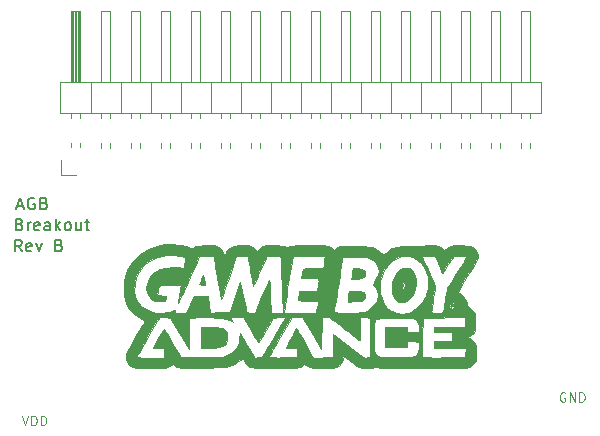
<source format=gbr>
G04 #@! TF.GenerationSoftware,KiCad,Pcbnew,5.1.5-52549c5~84~ubuntu18.04.1*
G04 #@! TF.CreationDate,2020-01-09T22:12:06-08:00*
G04 #@! TF.ProjectId,Breakout,42726561-6b6f-4757-942e-6b696361645f,A*
G04 #@! TF.SameCoordinates,Original*
G04 #@! TF.FileFunction,Legend,Top*
G04 #@! TF.FilePolarity,Positive*
%FSLAX46Y46*%
G04 Gerber Fmt 4.6, Leading zero omitted, Abs format (unit mm)*
G04 Created by KiCad (PCBNEW 5.1.5-52549c5~84~ubuntu18.04.1) date 2020-01-09 22:12:06*
%MOMM*%
%LPD*%
G04 APERTURE LIST*
%ADD10C,0.150000*%
%ADD11C,0.100000*%
%ADD12C,0.010000*%
%ADD13C,0.120000*%
G04 APERTURE END LIST*
D10*
X116094047Y-75382380D02*
X115760714Y-74906190D01*
X115522619Y-75382380D02*
X115522619Y-74382380D01*
X115903571Y-74382380D01*
X115998809Y-74430000D01*
X116046428Y-74477619D01*
X116094047Y-74572857D01*
X116094047Y-74715714D01*
X116046428Y-74810952D01*
X115998809Y-74858571D01*
X115903571Y-74906190D01*
X115522619Y-74906190D01*
X116903571Y-75334761D02*
X116808333Y-75382380D01*
X116617857Y-75382380D01*
X116522619Y-75334761D01*
X116475000Y-75239523D01*
X116475000Y-74858571D01*
X116522619Y-74763333D01*
X116617857Y-74715714D01*
X116808333Y-74715714D01*
X116903571Y-74763333D01*
X116951190Y-74858571D01*
X116951190Y-74953809D01*
X116475000Y-75049047D01*
X117284523Y-74715714D02*
X117522619Y-75382380D01*
X117760714Y-74715714D01*
X119236904Y-74858571D02*
X119379761Y-74906190D01*
X119427380Y-74953809D01*
X119475000Y-75049047D01*
X119475000Y-75191904D01*
X119427380Y-75287142D01*
X119379761Y-75334761D01*
X119284523Y-75382380D01*
X118903571Y-75382380D01*
X118903571Y-74382380D01*
X119236904Y-74382380D01*
X119332142Y-74430000D01*
X119379761Y-74477619D01*
X119427380Y-74572857D01*
X119427380Y-74668095D01*
X119379761Y-74763333D01*
X119332142Y-74810952D01*
X119236904Y-74858571D01*
X118903571Y-74858571D01*
X115903714Y-73080571D02*
X116046571Y-73128190D01*
X116094190Y-73175809D01*
X116141809Y-73271047D01*
X116141809Y-73413904D01*
X116094190Y-73509142D01*
X116046571Y-73556761D01*
X115951333Y-73604380D01*
X115570380Y-73604380D01*
X115570380Y-72604380D01*
X115903714Y-72604380D01*
X115998952Y-72652000D01*
X116046571Y-72699619D01*
X116094190Y-72794857D01*
X116094190Y-72890095D01*
X116046571Y-72985333D01*
X115998952Y-73032952D01*
X115903714Y-73080571D01*
X115570380Y-73080571D01*
X116570380Y-73604380D02*
X116570380Y-72937714D01*
X116570380Y-73128190D02*
X116618000Y-73032952D01*
X116665619Y-72985333D01*
X116760857Y-72937714D01*
X116856095Y-72937714D01*
X117570380Y-73556761D02*
X117475142Y-73604380D01*
X117284666Y-73604380D01*
X117189428Y-73556761D01*
X117141809Y-73461523D01*
X117141809Y-73080571D01*
X117189428Y-72985333D01*
X117284666Y-72937714D01*
X117475142Y-72937714D01*
X117570380Y-72985333D01*
X117618000Y-73080571D01*
X117618000Y-73175809D01*
X117141809Y-73271047D01*
X118475142Y-73604380D02*
X118475142Y-73080571D01*
X118427523Y-72985333D01*
X118332285Y-72937714D01*
X118141809Y-72937714D01*
X118046571Y-72985333D01*
X118475142Y-73556761D02*
X118379904Y-73604380D01*
X118141809Y-73604380D01*
X118046571Y-73556761D01*
X117998952Y-73461523D01*
X117998952Y-73366285D01*
X118046571Y-73271047D01*
X118141809Y-73223428D01*
X118379904Y-73223428D01*
X118475142Y-73175809D01*
X118951333Y-73604380D02*
X118951333Y-72604380D01*
X119046571Y-73223428D02*
X119332285Y-73604380D01*
X119332285Y-72937714D02*
X118951333Y-73318666D01*
X119903714Y-73604380D02*
X119808476Y-73556761D01*
X119760857Y-73509142D01*
X119713238Y-73413904D01*
X119713238Y-73128190D01*
X119760857Y-73032952D01*
X119808476Y-72985333D01*
X119903714Y-72937714D01*
X120046571Y-72937714D01*
X120141809Y-72985333D01*
X120189428Y-73032952D01*
X120237047Y-73128190D01*
X120237047Y-73413904D01*
X120189428Y-73509142D01*
X120141809Y-73556761D01*
X120046571Y-73604380D01*
X119903714Y-73604380D01*
X121094190Y-72937714D02*
X121094190Y-73604380D01*
X120665619Y-72937714D02*
X120665619Y-73461523D01*
X120713238Y-73556761D01*
X120808476Y-73604380D01*
X120951333Y-73604380D01*
X121046571Y-73556761D01*
X121094190Y-73509142D01*
X121427523Y-72937714D02*
X121808476Y-72937714D01*
X121570380Y-72604380D02*
X121570380Y-73461523D01*
X121618000Y-73556761D01*
X121713238Y-73604380D01*
X121808476Y-73604380D01*
X115728904Y-71540666D02*
X116205095Y-71540666D01*
X115633666Y-71826380D02*
X115967000Y-70826380D01*
X116300333Y-71826380D01*
X117157476Y-70874000D02*
X117062238Y-70826380D01*
X116919380Y-70826380D01*
X116776523Y-70874000D01*
X116681285Y-70969238D01*
X116633666Y-71064476D01*
X116586047Y-71254952D01*
X116586047Y-71397809D01*
X116633666Y-71588285D01*
X116681285Y-71683523D01*
X116776523Y-71778761D01*
X116919380Y-71826380D01*
X117014619Y-71826380D01*
X117157476Y-71778761D01*
X117205095Y-71731142D01*
X117205095Y-71397809D01*
X117014619Y-71397809D01*
X117967000Y-71302571D02*
X118109857Y-71350190D01*
X118157476Y-71397809D01*
X118205095Y-71493047D01*
X118205095Y-71635904D01*
X118157476Y-71731142D01*
X118109857Y-71778761D01*
X118014619Y-71826380D01*
X117633666Y-71826380D01*
X117633666Y-70826380D01*
X117967000Y-70826380D01*
X118062238Y-70874000D01*
X118109857Y-70921619D01*
X118157476Y-71016857D01*
X118157476Y-71112095D01*
X118109857Y-71207333D01*
X118062238Y-71254952D01*
X117967000Y-71302571D01*
X117633666Y-71302571D01*
D11*
X162077476Y-87357000D02*
X162001285Y-87318904D01*
X161887000Y-87318904D01*
X161772714Y-87357000D01*
X161696523Y-87433190D01*
X161658428Y-87509380D01*
X161620333Y-87661761D01*
X161620333Y-87776047D01*
X161658428Y-87928428D01*
X161696523Y-88004619D01*
X161772714Y-88080809D01*
X161887000Y-88118904D01*
X161963190Y-88118904D01*
X162077476Y-88080809D01*
X162115571Y-88042714D01*
X162115571Y-87776047D01*
X161963190Y-87776047D01*
X162458428Y-88118904D02*
X162458428Y-87318904D01*
X162915571Y-88118904D01*
X162915571Y-87318904D01*
X163296523Y-88118904D02*
X163296523Y-87318904D01*
X163487000Y-87318904D01*
X163601285Y-87357000D01*
X163677476Y-87433190D01*
X163715571Y-87509380D01*
X163753666Y-87661761D01*
X163753666Y-87776047D01*
X163715571Y-87928428D01*
X163677476Y-88004619D01*
X163601285Y-88080809D01*
X163487000Y-88118904D01*
X163296523Y-88118904D01*
X116090833Y-89287404D02*
X116357500Y-90087404D01*
X116624166Y-89287404D01*
X116890833Y-90087404D02*
X116890833Y-89287404D01*
X117081309Y-89287404D01*
X117195595Y-89325500D01*
X117271785Y-89401690D01*
X117309880Y-89477880D01*
X117347976Y-89630261D01*
X117347976Y-89744547D01*
X117309880Y-89896928D01*
X117271785Y-89973119D01*
X117195595Y-90049309D01*
X117081309Y-90087404D01*
X116890833Y-90087404D01*
X117690833Y-90087404D02*
X117690833Y-89287404D01*
X117881309Y-89287404D01*
X117995595Y-89325500D01*
X118071785Y-89401690D01*
X118109880Y-89477880D01*
X118147976Y-89630261D01*
X118147976Y-89744547D01*
X118109880Y-89896928D01*
X118071785Y-89973119D01*
X117995595Y-90049309D01*
X117881309Y-90087404D01*
X117690833Y-90087404D01*
D12*
G36*
X152566685Y-79963092D02*
G01*
X152590500Y-80000000D01*
X152537315Y-80051592D01*
X152463500Y-80063500D01*
X152360314Y-80036907D01*
X152336500Y-80000000D01*
X152389684Y-79948407D01*
X152463500Y-79936500D01*
X152566685Y-79963092D01*
G37*
X152566685Y-79963092D02*
X152590500Y-80000000D01*
X152537315Y-80051592D01*
X152463500Y-80063500D01*
X152360314Y-80036907D01*
X152336500Y-80000000D01*
X152389684Y-79948407D01*
X152463500Y-79936500D01*
X152566685Y-79963092D01*
G36*
X144453941Y-76825936D02*
G01*
X144790179Y-76852989D01*
X145015087Y-76934811D01*
X145133782Y-77075487D01*
X145151384Y-77279101D01*
X145133953Y-77368617D01*
X145029067Y-77534232D01*
X144816795Y-77648609D01*
X144507893Y-77707118D01*
X144331859Y-77714000D01*
X144111380Y-77707544D01*
X143997418Y-77685008D01*
X143969999Y-77641634D01*
X143973643Y-77628704D01*
X143999254Y-77521344D01*
X144030516Y-77335297D01*
X144051253Y-77184204D01*
X144096133Y-76825000D01*
X144453941Y-76825936D01*
G37*
X144453941Y-76825936D02*
X144790179Y-76852989D01*
X145015087Y-76934811D01*
X145133782Y-77075487D01*
X145151384Y-77279101D01*
X145133953Y-77368617D01*
X145029067Y-77534232D01*
X144816795Y-77648609D01*
X144507893Y-77707118D01*
X144331859Y-77714000D01*
X144111380Y-77707544D01*
X143997418Y-77685008D01*
X143969999Y-77641634D01*
X143973643Y-77628704D01*
X143999254Y-77521344D01*
X144030516Y-77335297D01*
X144051253Y-77184204D01*
X144096133Y-76825000D01*
X144453941Y-76825936D01*
G36*
X144615084Y-78734529D02*
G01*
X144799959Y-78752121D01*
X144921714Y-78788778D01*
X145012193Y-78850502D01*
X145022026Y-78859473D01*
X145140807Y-79044260D01*
X145139829Y-79252190D01*
X145039703Y-79437340D01*
X144972256Y-79507105D01*
X144886919Y-79552825D01*
X144755444Y-79580961D01*
X144549579Y-79597976D01*
X144290723Y-79608668D01*
X143663040Y-79630087D01*
X143725243Y-79180043D01*
X143787446Y-78730000D01*
X144335249Y-78730000D01*
X144615084Y-78734529D01*
G37*
X144615084Y-78734529D02*
X144799959Y-78752121D01*
X144921714Y-78788778D01*
X145012193Y-78850502D01*
X145022026Y-78859473D01*
X145140807Y-79044260D01*
X145139829Y-79252190D01*
X145039703Y-79437340D01*
X144972256Y-79507105D01*
X144886919Y-79552825D01*
X144755444Y-79580961D01*
X144549579Y-79597976D01*
X144290723Y-79608668D01*
X143663040Y-79630087D01*
X143725243Y-79180043D01*
X143787446Y-78730000D01*
X144335249Y-78730000D01*
X144615084Y-78734529D01*
G36*
X152585494Y-79799440D02*
G01*
X152741216Y-79955285D01*
X152825744Y-80085904D01*
X152833477Y-80184890D01*
X152777715Y-80304535D01*
X152638523Y-80446484D01*
X152455784Y-80500880D01*
X152274342Y-80460820D01*
X152190380Y-80394956D01*
X152093297Y-80210742D01*
X152098856Y-80061993D01*
X152278777Y-80061993D01*
X152280366Y-80142875D01*
X152290317Y-80280385D01*
X152307204Y-80322858D01*
X152316772Y-80301625D01*
X152370035Y-80207440D01*
X152406649Y-80190500D01*
X152479783Y-80241134D01*
X152504036Y-80285750D01*
X152565909Y-80373623D01*
X152613601Y-80356287D01*
X152610773Y-80261166D01*
X152614158Y-80143579D01*
X152645694Y-80100382D01*
X152694557Y-80022183D01*
X152648157Y-79938762D01*
X152532773Y-79881735D01*
X152456706Y-79873000D01*
X152341706Y-79882226D01*
X152290088Y-79933451D01*
X152278777Y-80061993D01*
X152098856Y-80061993D01*
X152100490Y-80018284D01*
X152208390Y-79859249D01*
X152238127Y-79837456D01*
X152423563Y-79760302D01*
X152585494Y-79799440D01*
G37*
X152585494Y-79799440D02*
X152741216Y-79955285D01*
X152825744Y-80085904D01*
X152833477Y-80184890D01*
X152777715Y-80304535D01*
X152638523Y-80446484D01*
X152455784Y-80500880D01*
X152274342Y-80460820D01*
X152190380Y-80394956D01*
X152093297Y-80210742D01*
X152098856Y-80061993D01*
X152278777Y-80061993D01*
X152280366Y-80142875D01*
X152290317Y-80280385D01*
X152307204Y-80322858D01*
X152316772Y-80301625D01*
X152370035Y-80207440D01*
X152406649Y-80190500D01*
X152479783Y-80241134D01*
X152504036Y-80285750D01*
X152565909Y-80373623D01*
X152613601Y-80356287D01*
X152610773Y-80261166D01*
X152614158Y-80143579D01*
X152645694Y-80100382D01*
X152694557Y-80022183D01*
X152648157Y-79938762D01*
X152532773Y-79881735D01*
X152456706Y-79873000D01*
X152341706Y-79882226D01*
X152290088Y-79933451D01*
X152278777Y-80061993D01*
X152098856Y-80061993D01*
X152100490Y-80018284D01*
X152208390Y-79859249D01*
X152238127Y-79837456D01*
X152423563Y-79760302D01*
X152585494Y-79799440D01*
G36*
X131546218Y-77745750D02*
G01*
X131590884Y-77954294D01*
X131622328Y-78111190D01*
X131632729Y-78174375D01*
X131578220Y-78204176D01*
X131438659Y-78220772D01*
X131381500Y-78222000D01*
X131222438Y-78208316D01*
X131133973Y-78174135D01*
X131127500Y-78160310D01*
X131152259Y-78073887D01*
X131216751Y-77910279D01*
X131294989Y-77731685D01*
X131462479Y-77364750D01*
X131546218Y-77745750D01*
G37*
X131546218Y-77745750D02*
X131590884Y-77954294D01*
X131622328Y-78111190D01*
X131632729Y-78174375D01*
X131578220Y-78204176D01*
X131438659Y-78220772D01*
X131381500Y-78222000D01*
X131222438Y-78208316D01*
X131133973Y-78174135D01*
X131127500Y-78160310D01*
X131152259Y-78073887D01*
X131216751Y-77910279D01*
X131294989Y-77731685D01*
X131462479Y-77364750D01*
X131546218Y-77745750D01*
G36*
X148909382Y-76815699D02*
G01*
X149130834Y-76965910D01*
X149296709Y-77194039D01*
X149406606Y-77481756D01*
X149460127Y-77810731D01*
X149456872Y-78162633D01*
X149396441Y-78519132D01*
X149278434Y-78861898D01*
X149102452Y-79172600D01*
X148868096Y-79432908D01*
X148693769Y-79560668D01*
X148476657Y-79646774D01*
X148225674Y-79682222D01*
X148218525Y-79682262D01*
X148016571Y-79663388D01*
X147861322Y-79587570D01*
X147732945Y-79473145D01*
X147531879Y-79186362D01*
X147418169Y-78831759D01*
X147399527Y-78554964D01*
X148276854Y-78554964D01*
X148298389Y-78652715D01*
X148325807Y-78666500D01*
X148387612Y-78615114D01*
X148455130Y-78499663D01*
X148509972Y-78331154D01*
X148555140Y-78111610D01*
X148565026Y-78039288D01*
X148582112Y-77866693D01*
X148574898Y-77801504D01*
X148536157Y-77825280D01*
X148498614Y-77869816D01*
X148412172Y-78015230D01*
X148341337Y-78201224D01*
X148293701Y-78392801D01*
X148276854Y-78554964D01*
X147399527Y-78554964D01*
X147391328Y-78433239D01*
X147450871Y-78014701D01*
X147596312Y-77600049D01*
X147777494Y-77282363D01*
X148034257Y-76988979D01*
X148319943Y-76816725D01*
X148632752Y-76761737D01*
X148909382Y-76815699D01*
G37*
X148909382Y-76815699D02*
X149130834Y-76965910D01*
X149296709Y-77194039D01*
X149406606Y-77481756D01*
X149460127Y-77810731D01*
X149456872Y-78162633D01*
X149396441Y-78519132D01*
X149278434Y-78861898D01*
X149102452Y-79172600D01*
X148868096Y-79432908D01*
X148693769Y-79560668D01*
X148476657Y-79646774D01*
X148225674Y-79682222D01*
X148218525Y-79682262D01*
X148016571Y-79663388D01*
X147861322Y-79587570D01*
X147732945Y-79473145D01*
X147531879Y-79186362D01*
X147418169Y-78831759D01*
X147399527Y-78554964D01*
X148276854Y-78554964D01*
X148298389Y-78652715D01*
X148325807Y-78666500D01*
X148387612Y-78615114D01*
X148455130Y-78499663D01*
X148509972Y-78331154D01*
X148555140Y-78111610D01*
X148565026Y-78039288D01*
X148582112Y-77866693D01*
X148574898Y-77801504D01*
X148536157Y-77825280D01*
X148498614Y-77869816D01*
X148412172Y-78015230D01*
X148341337Y-78201224D01*
X148293701Y-78392801D01*
X148276854Y-78554964D01*
X147399527Y-78554964D01*
X147391328Y-78433239D01*
X147450871Y-78014701D01*
X147596312Y-77600049D01*
X147777494Y-77282363D01*
X148034257Y-76988979D01*
X148319943Y-76816725D01*
X148632752Y-76761737D01*
X148909382Y-76815699D01*
G36*
X132522177Y-81790407D02*
G01*
X132882331Y-81832768D01*
X133144054Y-81912786D01*
X133320649Y-82038168D01*
X133425418Y-82216619D01*
X133471663Y-82455845D01*
X133477000Y-82604419D01*
X133455908Y-82894893D01*
X133383694Y-83119053D01*
X133246949Y-83285600D01*
X133032264Y-83403235D01*
X132726229Y-83480659D01*
X132315437Y-83526574D01*
X132032375Y-83541858D01*
X131254500Y-83573146D01*
X131254500Y-81778000D01*
X132050289Y-81778000D01*
X132522177Y-81790407D01*
G37*
X132522177Y-81790407D02*
X132882331Y-81832768D01*
X133144054Y-81912786D01*
X133320649Y-82038168D01*
X133425418Y-82216619D01*
X133471663Y-82455845D01*
X133477000Y-82604419D01*
X133455908Y-82894893D01*
X133383694Y-83119053D01*
X133246949Y-83285600D01*
X133032264Y-83403235D01*
X132726229Y-83480659D01*
X132315437Y-83526574D01*
X132032375Y-83541858D01*
X131254500Y-83573146D01*
X131254500Y-81778000D01*
X132050289Y-81778000D01*
X132522177Y-81790407D01*
G36*
X129450982Y-74810492D02*
G01*
X130037529Y-74951944D01*
X130151572Y-74992067D01*
X130345965Y-75061052D01*
X130466910Y-75084527D01*
X130559159Y-75063438D01*
X130661238Y-75002811D01*
X130767685Y-74950482D01*
X130916670Y-74913522D01*
X131132660Y-74888416D01*
X131440120Y-74871654D01*
X131615058Y-74865892D01*
X131953641Y-74858486D01*
X132195495Y-74861260D01*
X132370706Y-74877519D01*
X132509359Y-74910569D01*
X132641541Y-74963715D01*
X132682635Y-74983202D01*
X132897007Y-75108891D01*
X133043471Y-75261956D01*
X133157759Y-75484327D01*
X133196938Y-75586750D01*
X133266126Y-75777250D01*
X133341656Y-75548462D01*
X133485676Y-75268646D01*
X133712566Y-75064242D01*
X134030376Y-74931195D01*
X134447159Y-74865448D01*
X134715249Y-74856499D01*
X135148936Y-74880034D01*
X135486458Y-74954906D01*
X135750438Y-75087521D01*
X135867551Y-75182737D01*
X136005585Y-75312414D01*
X136143858Y-75174141D01*
X136318161Y-75034152D01*
X136528262Y-74939711D01*
X136799869Y-74884186D01*
X137158691Y-74860946D01*
X137364335Y-74859287D01*
X137706781Y-74870098D01*
X138004485Y-74897109D01*
X138221284Y-74936702D01*
X138260945Y-74948969D01*
X138445213Y-75000230D01*
X138592181Y-74991235D01*
X138719280Y-74946182D01*
X138851169Y-74918246D01*
X139086610Y-74895006D01*
X139402236Y-74876660D01*
X139774680Y-74863402D01*
X140180574Y-74855430D01*
X140596550Y-74852940D01*
X140999241Y-74856129D01*
X141365279Y-74865193D01*
X141671298Y-74880329D01*
X141893928Y-74901733D01*
X141981639Y-74918749D01*
X142178371Y-75007784D01*
X142364968Y-75140661D01*
X142378094Y-75152879D01*
X142489524Y-75244352D01*
X142552365Y-75266295D01*
X142557500Y-75254559D01*
X142606902Y-75179277D01*
X142729702Y-75079277D01*
X142771370Y-75052179D01*
X142855096Y-75005889D01*
X142948029Y-74971823D01*
X143070157Y-74948127D01*
X143241464Y-74932950D01*
X143481937Y-74924438D01*
X143811562Y-74920741D01*
X144197738Y-74920000D01*
X144708103Y-74924266D01*
X145113271Y-74940239D01*
X145434853Y-74972674D01*
X145694462Y-75026330D01*
X145913709Y-75105964D01*
X146114207Y-75216333D01*
X146317567Y-75362196D01*
X146360561Y-75396107D01*
X146519560Y-75517838D01*
X146637308Y-75598616D01*
X146678264Y-75618500D01*
X146746799Y-75584458D01*
X146885185Y-75496097D01*
X147028626Y-75397052D01*
X147451072Y-75140528D01*
X147869962Y-74986008D01*
X148328935Y-74920205D01*
X148605875Y-74916813D01*
X148983549Y-74924508D01*
X149280712Y-74927023D01*
X149543780Y-74923475D01*
X149819167Y-74912980D01*
X150153291Y-74894653D01*
X150328838Y-74884006D01*
X150753049Y-74868679D01*
X151079181Y-74885317D01*
X151333244Y-74938856D01*
X151541252Y-75034236D01*
X151690151Y-75142444D01*
X151813838Y-75240102D01*
X151887251Y-75260104D01*
X151956508Y-75207481D01*
X151986539Y-75174785D01*
X152176253Y-75024975D01*
X152436968Y-74925482D01*
X152784324Y-74872716D01*
X153233960Y-74863090D01*
X153332774Y-74865859D01*
X153752226Y-74894967D01*
X154067351Y-74955216D01*
X154298857Y-75055503D01*
X154467452Y-75204723D01*
X154591354Y-75406492D01*
X154651177Y-75554394D01*
X154680498Y-75699334D01*
X154673722Y-75856007D01*
X154625259Y-76039107D01*
X154529515Y-76263328D01*
X154380899Y-76543367D01*
X154173818Y-76893917D01*
X153902681Y-77329673D01*
X153794385Y-77500674D01*
X153565514Y-77862770D01*
X153362389Y-78187481D01*
X153194026Y-78460117D01*
X153069443Y-78665985D01*
X152997656Y-78790395D01*
X152983807Y-78821363D01*
X153349767Y-79118114D01*
X153611326Y-79410622D01*
X153761553Y-79689793D01*
X153797000Y-79888181D01*
X153838048Y-80030768D01*
X153976675Y-80155825D01*
X154018674Y-80181746D01*
X154219474Y-80325612D01*
X154357294Y-80495980D01*
X154442334Y-80718188D01*
X154484790Y-81017573D01*
X154495025Y-81365250D01*
X154480822Y-81759264D01*
X154432121Y-82051074D01*
X154339780Y-82262918D01*
X154194658Y-82417035D01*
X154020106Y-82520629D01*
X153797844Y-82626619D01*
X154029577Y-82757934D01*
X154228653Y-82884984D01*
X154367098Y-83019355D01*
X154455508Y-83186851D01*
X154504479Y-83413278D01*
X154524607Y-83724440D01*
X154527250Y-83969879D01*
X154527250Y-84691946D01*
X154307229Y-84918949D01*
X154122209Y-85071271D01*
X153917171Y-85185825D01*
X153846035Y-85210894D01*
X153700642Y-85230387D01*
X153436205Y-85243947D01*
X153060546Y-85251457D01*
X152581487Y-85252802D01*
X152006850Y-85247866D01*
X151684806Y-85242983D01*
X151180559Y-85235060D01*
X150697489Y-85228788D01*
X150255804Y-85224327D01*
X149875715Y-85221841D01*
X149577429Y-85221492D01*
X149381156Y-85223442D01*
X149352000Y-85224252D01*
X149088692Y-85230544D01*
X148743124Y-85234863D01*
X148341635Y-85237278D01*
X147910567Y-85237859D01*
X147476257Y-85236674D01*
X147065045Y-85233791D01*
X146703272Y-85229281D01*
X146417278Y-85223211D01*
X146240500Y-85216110D01*
X145993430Y-85211439D01*
X145688544Y-85220562D01*
X145407816Y-85240175D01*
X145109425Y-85258339D01*
X144863728Y-85241727D01*
X144639841Y-85179135D01*
X144406878Y-85059358D01*
X144133954Y-84871191D01*
X143905713Y-84695248D01*
X143351250Y-84257613D01*
X143272507Y-84521797D01*
X143126913Y-84827005D01*
X142904475Y-85064096D01*
X142631696Y-85205039D01*
X142624609Y-85207047D01*
X142478299Y-85230174D01*
X142235947Y-85249513D01*
X141928495Y-85263321D01*
X141586886Y-85269854D01*
X141504636Y-85270145D01*
X141142492Y-85268624D01*
X140880099Y-85261381D01*
X140690228Y-85244900D01*
X140545650Y-85215665D01*
X140419136Y-85170158D01*
X140303373Y-85115000D01*
X139996223Y-84959501D01*
X139800486Y-85099125D01*
X139741602Y-85138309D01*
X139677290Y-85169498D01*
X139593022Y-85193710D01*
X139474273Y-85211967D01*
X139306517Y-85225286D01*
X139075227Y-85234688D01*
X138765876Y-85241193D01*
X138363939Y-85245819D01*
X137854889Y-85249587D01*
X137637130Y-85250963D01*
X137027613Y-85253816D01*
X136531260Y-85252329D01*
X136134245Y-85243927D01*
X135822744Y-85226034D01*
X135582932Y-85196074D01*
X135400985Y-85151471D01*
X135263079Y-85089649D01*
X135155388Y-85008032D01*
X135064089Y-84904043D01*
X134975356Y-84775107D01*
X134960631Y-84752236D01*
X134857481Y-84591492D01*
X134786276Y-84480837D01*
X134768198Y-84452973D01*
X134715292Y-84474623D01*
X134601475Y-84557336D01*
X134550702Y-84598883D01*
X134345894Y-84758648D01*
X134137610Y-84889692D01*
X133910977Y-84994771D01*
X133651125Y-85076641D01*
X133343183Y-85138057D01*
X132972280Y-85181773D01*
X132523544Y-85210544D01*
X131982105Y-85227127D01*
X131333092Y-85234276D01*
X131117293Y-85234989D01*
X130578405Y-85235782D01*
X130151669Y-85235124D01*
X129822240Y-85232046D01*
X129575270Y-85225584D01*
X129395913Y-85214772D01*
X129269322Y-85198644D01*
X129180652Y-85176233D01*
X129115055Y-85146573D01*
X129057685Y-85108699D01*
X129046128Y-85100228D01*
X128858419Y-84961707D01*
X128553448Y-85116103D01*
X128445569Y-85168096D01*
X128342562Y-85206842D01*
X128224268Y-85234241D01*
X128070527Y-85252192D01*
X127861180Y-85262596D01*
X127576067Y-85267352D01*
X127195030Y-85268360D01*
X126941613Y-85268014D01*
X126435024Y-85264102D01*
X126043402Y-85254066D01*
X125754828Y-85237218D01*
X125557385Y-85212866D01*
X125441101Y-85181181D01*
X125179127Y-85007337D01*
X124985993Y-84760806D01*
X124877060Y-84473475D01*
X124873103Y-84348316D01*
X125781482Y-84348316D01*
X125852576Y-84358843D01*
X126030080Y-84367995D01*
X126293407Y-84375200D01*
X126621970Y-84379891D01*
X126981863Y-84381500D01*
X128149060Y-84381500D01*
X128111250Y-83587750D01*
X127656221Y-83569201D01*
X127201193Y-83550652D01*
X127646903Y-82743701D01*
X127805993Y-82456517D01*
X127942473Y-82211748D01*
X128045029Y-82029561D01*
X128102346Y-81930124D01*
X128110167Y-81917931D01*
X128145168Y-81964982D01*
X128233505Y-82107200D01*
X128366036Y-82329184D01*
X128533618Y-82615533D01*
X128727108Y-82950846D01*
X128826367Y-83124431D01*
X129525015Y-84349750D01*
X131231132Y-84345680D01*
X131823456Y-84342108D01*
X132305205Y-84332869D01*
X132692765Y-84315501D01*
X133002520Y-84287543D01*
X133250855Y-84246535D01*
X133454155Y-84190015D01*
X133628805Y-84115524D01*
X133791190Y-84020599D01*
X133900744Y-83944735D01*
X134160520Y-83716931D01*
X134334832Y-83458521D01*
X134439578Y-83138089D01*
X134486246Y-82787608D01*
X134524750Y-82285974D01*
X135157216Y-83336593D01*
X135789682Y-84387211D01*
X136105446Y-84368480D01*
X136421209Y-84349750D01*
X136422936Y-84346846D01*
X136969500Y-84346846D01*
X137029714Y-84357708D01*
X137197272Y-84365507D01*
X137452549Y-84369912D01*
X137775916Y-84370588D01*
X138147749Y-84367203D01*
X138160125Y-84367026D01*
X139350750Y-84349750D01*
X139350750Y-83587750D01*
X138890711Y-83569099D01*
X138430673Y-83550449D01*
X138597393Y-83219849D01*
X138710072Y-83004707D01*
X138858851Y-82731673D01*
X139015508Y-82452364D01*
X139049382Y-82393193D01*
X139334651Y-81897136D01*
X139441067Y-82075693D01*
X139505206Y-82186583D01*
X139619472Y-82387412D01*
X139772038Y-82657258D01*
X139951074Y-82975198D01*
X140144369Y-83319630D01*
X140741254Y-84385010D01*
X142398750Y-84349750D01*
X142416241Y-83348786D01*
X142433733Y-82347823D01*
X143527491Y-83226338D01*
X143943468Y-83560516D01*
X144272759Y-83823869D01*
X144528071Y-84024628D01*
X144722114Y-84171022D01*
X144867597Y-84271279D01*
X144977230Y-84333631D01*
X145063720Y-84366305D01*
X145139777Y-84377533D01*
X145218109Y-84375542D01*
X145293356Y-84369790D01*
X145573750Y-84349750D01*
X145573750Y-82667000D01*
X145891250Y-82667000D01*
X145894279Y-83157147D01*
X145907880Y-83535870D01*
X145938820Y-83818688D01*
X145993869Y-84021118D01*
X146079795Y-84158679D01*
X146203365Y-84246890D01*
X146371350Y-84301270D01*
X146590518Y-84337337D01*
X146621500Y-84341286D01*
X146818036Y-84356042D01*
X147095906Y-84363730D01*
X147430916Y-84365044D01*
X147798873Y-84360678D01*
X148175583Y-84351325D01*
X148536851Y-84337678D01*
X148858486Y-84320432D01*
X149116292Y-84300280D01*
X149286076Y-84277916D01*
X149336125Y-84263462D01*
X149514746Y-84121793D01*
X149627035Y-83913827D01*
X149682393Y-83617958D01*
X149691167Y-83449787D01*
X149997497Y-83449787D01*
X149999162Y-83795399D01*
X150003155Y-84064978D01*
X150009325Y-84240537D01*
X150016016Y-84302023D01*
X150051011Y-84326608D01*
X150142644Y-84345370D01*
X150302698Y-84358727D01*
X150542959Y-84367094D01*
X150875210Y-84370888D01*
X151311235Y-84370527D01*
X151842762Y-84366616D01*
X153638250Y-84349750D01*
X153676060Y-83556000D01*
X151003000Y-83556000D01*
X151003000Y-82984500D01*
X152527000Y-82984500D01*
X152527000Y-82222500D01*
X151003000Y-82222500D01*
X151003000Y-81778000D01*
X153606500Y-81778000D01*
X153606500Y-80950522D01*
X150018750Y-80984250D01*
X150001753Y-82602406D01*
X149998310Y-83046127D01*
X149997497Y-83449787D01*
X149691167Y-83449787D01*
X149691315Y-83446954D01*
X149701250Y-83016250D01*
X149209125Y-82997703D01*
X148717000Y-82979157D01*
X148717000Y-83492500D01*
X146875500Y-83492500D01*
X146875500Y-81778000D01*
X148717000Y-81778000D01*
X148717000Y-82222500D01*
X149733000Y-82222500D01*
X149729415Y-81952625D01*
X149682280Y-81583327D01*
X149556157Y-81290639D01*
X149395009Y-81117197D01*
X149329131Y-81073368D01*
X149253723Y-81040377D01*
X149150869Y-81016694D01*
X149002650Y-81000788D01*
X148791150Y-80991127D01*
X148498451Y-80986180D01*
X148106635Y-80984417D01*
X147839259Y-80984250D01*
X147325113Y-80986543D01*
X146922274Y-80995281D01*
X146615105Y-81013249D01*
X146387965Y-81043231D01*
X146225215Y-81088014D01*
X146111216Y-81150383D01*
X146030329Y-81233124D01*
X145979114Y-81315550D01*
X145945292Y-81415262D01*
X145920581Y-81579838D01*
X145903996Y-81824399D01*
X145894556Y-82164065D01*
X145891276Y-82613956D01*
X145891250Y-82667000D01*
X145573750Y-82667000D01*
X145573750Y-80984250D01*
X145145125Y-80965473D01*
X144716500Y-80946697D01*
X144716500Y-81933848D01*
X144714326Y-82271684D01*
X144708327Y-82559738D01*
X144699285Y-82776449D01*
X144687981Y-82900256D01*
X144680682Y-82921000D01*
X144622934Y-82883465D01*
X144479219Y-82777867D01*
X144263350Y-82614713D01*
X143989138Y-82404512D01*
X143670394Y-82157771D01*
X143387018Y-81936750D01*
X142999906Y-81634299D01*
X142698237Y-81401177D01*
X142467504Y-81228358D01*
X142293199Y-81106819D01*
X142160817Y-81027534D01*
X142055850Y-80981480D01*
X141963791Y-80959632D01*
X141870133Y-80952966D01*
X141804823Y-80952500D01*
X141480476Y-80952500D01*
X141446250Y-83686112D01*
X140628217Y-82319306D01*
X139810184Y-80952499D01*
X139380792Y-80952500D01*
X138951399Y-80952500D01*
X137960449Y-82630945D01*
X137714489Y-83048721D01*
X137490775Y-83430971D01*
X137297151Y-83764112D01*
X137141461Y-84034559D01*
X137031551Y-84228731D01*
X136975264Y-84333044D01*
X136969500Y-84346846D01*
X136422936Y-84346846D01*
X136685680Y-83905250D01*
X136879668Y-83577470D01*
X137092449Y-83214972D01*
X137314817Y-82833752D01*
X137537565Y-82449808D01*
X137751488Y-82079138D01*
X137947378Y-81737738D01*
X138116029Y-81441606D01*
X138248236Y-81206739D01*
X138334791Y-81049135D01*
X138366488Y-80984792D01*
X138366500Y-80984580D01*
X138308037Y-80969534D01*
X138152459Y-80962110D01*
X137929482Y-80963388D01*
X137848844Y-80965806D01*
X137331189Y-80984250D01*
X136765426Y-82000250D01*
X136582518Y-82326727D01*
X136418833Y-82615141D01*
X136285074Y-82846935D01*
X136191941Y-83003556D01*
X136150994Y-83065662D01*
X136105844Y-83028830D01*
X136008379Y-82897241D01*
X135868939Y-82686610D01*
X135697864Y-82412648D01*
X135505493Y-82091069D01*
X135472287Y-82034288D01*
X134842250Y-80953502D01*
X134318375Y-80953001D01*
X134036912Y-80958849D01*
X133868330Y-80983540D01*
X133798838Y-81036813D01*
X133814644Y-81128407D01*
X133892060Y-81254029D01*
X133942485Y-81331148D01*
X133936128Y-81354316D01*
X133854158Y-81321931D01*
X133685685Y-81236493D01*
X133414318Y-81127950D01*
X133069533Y-81047753D01*
X132639099Y-80994501D01*
X132110784Y-80966796D01*
X131472355Y-80963236D01*
X131318000Y-80965517D01*
X130270250Y-80984250D01*
X130253748Y-81968500D01*
X130246870Y-82341670D01*
X130239158Y-82699705D01*
X130231398Y-83009631D01*
X130224378Y-83238476D01*
X130221998Y-83298917D01*
X130206750Y-83645084D01*
X128613650Y-80984250D01*
X128186901Y-80965452D01*
X127760153Y-80946655D01*
X127534323Y-81314702D01*
X127294245Y-81709051D01*
X127046362Y-82121722D01*
X126799027Y-82538257D01*
X126560595Y-82944197D01*
X126339421Y-83325084D01*
X126143857Y-83666460D01*
X125982259Y-83953865D01*
X125862980Y-84172843D01*
X125794375Y-84308933D01*
X125781482Y-84348316D01*
X124873103Y-84348316D01*
X124867694Y-84177235D01*
X124898296Y-84054498D01*
X124950785Y-83941775D01*
X125058405Y-83739033D01*
X125210680Y-83464998D01*
X125397131Y-83138392D01*
X125607281Y-82777937D01*
X125707620Y-82608279D01*
X125920340Y-82250102D01*
X126111048Y-81928750D01*
X126270265Y-81660215D01*
X126388514Y-81460485D01*
X126456318Y-81345549D01*
X126468525Y-81324546D01*
X126428754Y-81275619D01*
X126303210Y-81182080D01*
X126116626Y-81061909D01*
X126062096Y-81029072D01*
X125580167Y-80674606D01*
X125197817Y-80245530D01*
X124920510Y-79748911D01*
X124800112Y-79396750D01*
X124746887Y-79091636D01*
X124720977Y-78711811D01*
X125618480Y-78711811D01*
X125619863Y-78732794D01*
X125705106Y-79228095D01*
X125890064Y-79650577D01*
X126178190Y-80004318D01*
X126572941Y-80293398D01*
X127077769Y-80521894D01*
X127158750Y-80549721D01*
X127406887Y-80597544D01*
X127728614Y-80612744D01*
X128075297Y-80597201D01*
X128398300Y-80552796D01*
X128619250Y-80493261D01*
X128808873Y-80420941D01*
X128964226Y-80359554D01*
X128991762Y-80348174D01*
X129071951Y-80324652D01*
X129067238Y-80375503D01*
X129037153Y-80434871D01*
X129006648Y-80501381D01*
X129017127Y-80541807D01*
X129090375Y-80562640D01*
X129248179Y-80570374D01*
X129495662Y-80571500D01*
X130027293Y-80571500D01*
X130675535Y-79174500D01*
X131807579Y-79174500D01*
X131924385Y-79874711D01*
X132041190Y-80574923D01*
X132891548Y-80557336D01*
X133741905Y-80539750D01*
X134159015Y-79269750D01*
X134576124Y-77999750D01*
X134818425Y-79142750D01*
X134897908Y-79516549D01*
X134970360Y-79855163D01*
X135030877Y-80135832D01*
X135074553Y-80335796D01*
X135095573Y-80428625D01*
X135131376Y-80512694D01*
X135208655Y-80555512D01*
X135362059Y-80570382D01*
X135467723Y-80571500D01*
X135805028Y-80571500D01*
X136364717Y-79285625D01*
X136529734Y-78904643D01*
X136678227Y-78558286D01*
X136802379Y-78265071D01*
X136894373Y-78043519D01*
X136946393Y-77912148D01*
X136954359Y-77888625D01*
X136990684Y-77790274D01*
X137022286Y-77787830D01*
X137049915Y-77886833D01*
X137074320Y-78092828D01*
X137096250Y-78411357D01*
X137116456Y-78847962D01*
X137128250Y-79174500D01*
X137174835Y-80571500D01*
X138176000Y-80571500D01*
X138257873Y-80571500D01*
X141014888Y-80571500D01*
X141022753Y-80523875D01*
X142494196Y-80523875D01*
X142554406Y-80538594D01*
X142722267Y-80551465D01*
X142978434Y-80561736D01*
X143303564Y-80568656D01*
X143678311Y-80571472D01*
X143719782Y-80571500D01*
X144145428Y-80570849D01*
X144465455Y-80567402D01*
X144701244Y-80558917D01*
X144874175Y-80543153D01*
X145005629Y-80517868D01*
X145116985Y-80480821D01*
X145229624Y-80429769D01*
X145272188Y-80408736D01*
X145649920Y-80168774D01*
X145941563Y-79875875D01*
X146136016Y-79547002D01*
X146222177Y-79199118D01*
X146214539Y-78968720D01*
X146159782Y-78744880D01*
X146053377Y-78519016D01*
X145966086Y-78387072D01*
X146377997Y-78387072D01*
X146423518Y-78894245D01*
X146552939Y-79373168D01*
X146758034Y-79802736D01*
X147030572Y-80161849D01*
X147362325Y-80429403D01*
X147438035Y-80471614D01*
X147858471Y-80620333D01*
X148314085Y-80660224D01*
X148773517Y-80590636D01*
X149018673Y-80504512D01*
X149388140Y-80283699D01*
X149733391Y-79962244D01*
X150034702Y-79566427D01*
X150272352Y-79122526D01*
X150426619Y-78656819D01*
X150435283Y-78616936D01*
X150493995Y-78094794D01*
X150456644Y-77595355D01*
X150332971Y-77131439D01*
X150132716Y-76715863D01*
X149865618Y-76361447D01*
X149541420Y-76081010D01*
X149169859Y-75887369D01*
X148760677Y-75793344D01*
X148323615Y-75811754D01*
X148306190Y-75814917D01*
X147861250Y-75959975D01*
X147446152Y-76213452D01*
X147077225Y-76557490D01*
X146770798Y-76974229D01*
X146543202Y-77445810D01*
X146424607Y-77872750D01*
X146377997Y-78387072D01*
X145966086Y-78387072D01*
X145875793Y-78250593D01*
X145854466Y-78221346D01*
X145830318Y-78142247D01*
X145866394Y-78026221D01*
X145972350Y-77846472D01*
X146009971Y-77789802D01*
X146210429Y-77412758D01*
X146286809Y-77058222D01*
X146238988Y-76721062D01*
X146066842Y-76396145D01*
X145973772Y-76280456D01*
X145817317Y-76115420D01*
X145664301Y-75993592D01*
X145492420Y-75909036D01*
X145279373Y-75855818D01*
X145002857Y-75828002D01*
X144640568Y-75819653D01*
X144255906Y-75823304D01*
X143224910Y-75840750D01*
X143173113Y-76221750D01*
X143149872Y-76380732D01*
X143109239Y-76645744D01*
X143054259Y-76997469D01*
X142987975Y-77416593D01*
X142913432Y-77883799D01*
X142833674Y-78379771D01*
X142807855Y-78539500D01*
X142730228Y-79020573D01*
X142659586Y-79461144D01*
X142598394Y-79845617D01*
X142549118Y-80158400D01*
X142514221Y-80383898D01*
X142496168Y-80506517D01*
X142494196Y-80523875D01*
X141022753Y-80523875D01*
X141087694Y-80130643D01*
X141124035Y-79901563D01*
X141150131Y-79719855D01*
X141160489Y-79623834D01*
X141160500Y-79622643D01*
X141097940Y-79591501D01*
X140913379Y-79569768D01*
X140611496Y-79557828D01*
X140345583Y-79555500D01*
X140037071Y-79553180D01*
X139777043Y-79546842D01*
X139590469Y-79537413D01*
X139502314Y-79525822D01*
X139499190Y-79524023D01*
X139491889Y-79449576D01*
X139504686Y-79287875D01*
X139529116Y-79111273D01*
X139590518Y-78730000D01*
X141083962Y-78730000D01*
X141153981Y-78327923D01*
X141204179Y-78044242D01*
X141225905Y-77852943D01*
X141201346Y-77735944D01*
X141112684Y-77675162D01*
X140942105Y-77652517D01*
X140671791Y-77649925D01*
X140486539Y-77650500D01*
X139749079Y-77650500D01*
X139791656Y-77348875D01*
X139820053Y-77140880D01*
X139850460Y-76996508D01*
X139903888Y-76904216D01*
X140001344Y-76852462D01*
X140163837Y-76829701D01*
X140412377Y-76824392D01*
X140745145Y-76825000D01*
X141095366Y-76826363D01*
X141339669Y-76820564D01*
X141498900Y-76792768D01*
X141593910Y-76728143D01*
X141645547Y-76611854D01*
X141674658Y-76429067D01*
X141702094Y-76164948D01*
X141704563Y-76142375D01*
X141744383Y-75781900D01*
X149971766Y-75781900D01*
X149985950Y-75848033D01*
X150047153Y-76010397D01*
X150147672Y-76250617D01*
X150279806Y-76550318D01*
X150435853Y-76891123D01*
X150444197Y-76909025D01*
X150608890Y-77263181D01*
X150758798Y-77587644D01*
X150884079Y-77860949D01*
X150974893Y-78061625D01*
X151020822Y-78166787D01*
X151042774Y-78263278D01*
X151045420Y-78411467D01*
X151027228Y-78629266D01*
X150986664Y-78934589D01*
X150922198Y-79345349D01*
X150917611Y-79373287D01*
X150860469Y-79725647D01*
X150811581Y-80036694D01*
X150774397Y-80283701D01*
X150752366Y-80443940D01*
X150747803Y-80492125D01*
X150792467Y-80535467D01*
X150933773Y-80561123D01*
X151185083Y-80571175D01*
X151257000Y-80571500D01*
X151545120Y-80562782D01*
X151715688Y-80537047D01*
X151765000Y-80500368D01*
X151773786Y-80414704D01*
X151797919Y-80228084D01*
X151822293Y-80050771D01*
X151975427Y-80050771D01*
X151979105Y-80245429D01*
X152109540Y-80433594D01*
X152150872Y-80470605D01*
X152347678Y-80601108D01*
X152518954Y-80621743D01*
X152699415Y-80534437D01*
X152740686Y-80503391D01*
X152872640Y-80347461D01*
X152908000Y-80154141D01*
X152857454Y-79917559D01*
X152725360Y-79754016D01*
X152541033Y-79674593D01*
X152333786Y-79690375D01*
X152132935Y-79812442D01*
X152098375Y-79848053D01*
X151975427Y-80050771D01*
X151822293Y-80050771D01*
X151834061Y-79965167D01*
X151878871Y-79650616D01*
X151896115Y-79531993D01*
X151933717Y-79271037D01*
X151966689Y-79058050D01*
X152002605Y-78876544D01*
X152049041Y-78710035D01*
X152113571Y-78542035D01*
X152203770Y-78356059D01*
X152327214Y-78135620D01*
X152491476Y-77864232D01*
X152704132Y-77525409D01*
X152972756Y-77102664D01*
X153115344Y-76878408D01*
X153319278Y-76552749D01*
X153494519Y-76263924D01*
X153631350Y-76028708D01*
X153720051Y-75863879D01*
X153750906Y-75786210D01*
X153749866Y-75783033D01*
X153673095Y-75765731D01*
X153501790Y-75752646D01*
X153268401Y-75745943D01*
X153187483Y-75745500D01*
X152662633Y-75745500D01*
X152206178Y-76476723D01*
X152035120Y-76747251D01*
X151885500Y-76977345D01*
X151771180Y-77146165D01*
X151706020Y-77232869D01*
X151699009Y-77239289D01*
X151654659Y-77195540D01*
X151573927Y-77037322D01*
X151459538Y-76770998D01*
X151314218Y-76402925D01*
X151140694Y-75939466D01*
X151133604Y-75920125D01*
X151096961Y-75834915D01*
X151044772Y-75783216D01*
X150948537Y-75756660D01*
X150779756Y-75746878D01*
X150538905Y-75745500D01*
X150291473Y-75749578D01*
X150096002Y-75760436D01*
X149984642Y-75776012D01*
X149971766Y-75781900D01*
X141744383Y-75781900D01*
X141748404Y-75745500D01*
X140410449Y-75745500D01*
X140011376Y-75747747D01*
X139656838Y-75754028D01*
X139365922Y-75763653D01*
X139157718Y-75775930D01*
X139051316Y-75790169D01*
X139041886Y-75795026D01*
X139025026Y-75866998D01*
X138991030Y-76048154D01*
X138942592Y-76322232D01*
X138882411Y-76672974D01*
X138813180Y-77084121D01*
X138737597Y-77539412D01*
X138658357Y-78022588D01*
X138578157Y-78517391D01*
X138499692Y-79007560D01*
X138425659Y-79476836D01*
X138358753Y-79908960D01*
X138347281Y-79984125D01*
X138257873Y-80571500D01*
X138176000Y-80571500D01*
X138175128Y-80269875D01*
X138172023Y-80132508D01*
X138163641Y-79886404D01*
X138150713Y-79549680D01*
X138133968Y-79140457D01*
X138114139Y-78676855D01*
X138091956Y-78176992D01*
X138080997Y-77936250D01*
X138058230Y-77438534D01*
X138037404Y-76980055D01*
X138019226Y-76576607D01*
X138004400Y-76243987D01*
X137993633Y-75997991D01*
X137987631Y-75854414D01*
X137986618Y-75824875D01*
X137944627Y-75783609D01*
X137810680Y-75758204D01*
X137570712Y-75746682D01*
X137421775Y-75745500D01*
X137086904Y-75755416D01*
X136875309Y-75785064D01*
X136793908Y-75824875D01*
X136749407Y-75906901D01*
X136665412Y-76085281D01*
X136551064Y-76339052D01*
X136415503Y-76647249D01*
X136267872Y-76988908D01*
X136117313Y-77343065D01*
X135972966Y-77688757D01*
X135852569Y-77983636D01*
X135765334Y-78171128D01*
X135692814Y-78274327D01*
X135646561Y-78280594D01*
X135636000Y-78220634D01*
X135625141Y-78133137D01*
X135595520Y-77945770D01*
X135551570Y-77683527D01*
X135497725Y-77371402D01*
X135438419Y-77034388D01*
X135378084Y-76697481D01*
X135321154Y-76385673D01*
X135272063Y-76123959D01*
X135235245Y-75937332D01*
X135216210Y-75854045D01*
X135182286Y-75796180D01*
X135106646Y-75764246D01*
X134961699Y-75753184D01*
X134719856Y-75757933D01*
X134696798Y-75758795D01*
X134212292Y-75777250D01*
X133601880Y-77650500D01*
X133406189Y-78243468D01*
X133245312Y-78714435D01*
X133119204Y-79063522D01*
X133027819Y-79290851D01*
X132971113Y-79396543D01*
X132951523Y-79396750D01*
X132930583Y-79302257D01*
X132891792Y-79100200D01*
X132838338Y-78808258D01*
X132773412Y-78444113D01*
X132700203Y-78025445D01*
X132621899Y-77569933D01*
X132620414Y-77561218D01*
X132542650Y-77109881D01*
X132470298Y-76699350D01*
X132406435Y-76346356D01*
X132354142Y-76067634D01*
X132316496Y-75879913D01*
X132296579Y-75799927D01*
X132296127Y-75799093D01*
X132221927Y-75775292D01*
X132051413Y-75756919D01*
X131815244Y-75746705D01*
X131694720Y-75745500D01*
X131126435Y-75745500D01*
X130886446Y-76269375D01*
X130792977Y-76475895D01*
X130658931Y-76775483D01*
X130494648Y-77144857D01*
X130310465Y-77560736D01*
X130116721Y-77999842D01*
X129985110Y-78299089D01*
X129807020Y-78703104D01*
X129646190Y-79065125D01*
X129509446Y-79370019D01*
X129403613Y-79602654D01*
X129335516Y-79747896D01*
X129312074Y-79791339D01*
X129317028Y-79727233D01*
X129339223Y-79563024D01*
X129375046Y-79323887D01*
X129418852Y-79047500D01*
X129465630Y-78755942D01*
X129503938Y-78511106D01*
X129529652Y-78339748D01*
X129538658Y-78269625D01*
X129479392Y-78252730D01*
X129315497Y-78238473D01*
X129069339Y-78228020D01*
X128763281Y-78222539D01*
X128626133Y-78222000D01*
X128262943Y-78220711D01*
X128006321Y-78224542D01*
X127836002Y-78245042D01*
X127731717Y-78293756D01*
X127673199Y-78382233D01*
X127640179Y-78522021D01*
X127612391Y-78724665D01*
X127601102Y-78806006D01*
X127558090Y-79104262D01*
X128301750Y-79142750D01*
X128279373Y-79333250D01*
X128247899Y-79476411D01*
X128176978Y-79561944D01*
X128039567Y-79604204D01*
X127808627Y-79617548D01*
X127742971Y-79618027D01*
X127351113Y-79570807D01*
X127041369Y-79426752D01*
X126813491Y-79185700D01*
X126691296Y-78926899D01*
X126619508Y-78524572D01*
X126663683Y-78124115D01*
X126813725Y-77742840D01*
X127059540Y-77398061D01*
X127391031Y-77107091D01*
X127798105Y-76887244D01*
X127903574Y-76847797D01*
X128137116Y-76792527D01*
X128446365Y-76753197D01*
X128790520Y-76731372D01*
X129128779Y-76728619D01*
X129420340Y-76746506D01*
X129611273Y-76782225D01*
X129703636Y-76801819D01*
X129767966Y-76778353D01*
X129813631Y-76691972D01*
X129850001Y-76522826D01*
X129886447Y-76251061D01*
X129894676Y-76181747D01*
X129936070Y-75829551D01*
X129531660Y-75740095D01*
X128890833Y-75660860D01*
X128251511Y-75700647D01*
X127632362Y-75854073D01*
X127052054Y-76115753D01*
X126529256Y-76480302D01*
X126330798Y-76663316D01*
X125986435Y-77090015D01*
X125754064Y-77570358D01*
X125631980Y-78109303D01*
X125618480Y-78711811D01*
X124720977Y-78711811D01*
X124720873Y-78710289D01*
X124721851Y-78300480D01*
X124749599Y-77909976D01*
X124803897Y-77586549D01*
X124808557Y-77568152D01*
X125028746Y-76968017D01*
X125357221Y-76420602D01*
X125783075Y-75934791D01*
X126295397Y-75519468D01*
X126883280Y-75183517D01*
X127535816Y-74935821D01*
X128222374Y-74787982D01*
X128828317Y-74753974D01*
X129450982Y-74810492D01*
G37*
X129450982Y-74810492D02*
X130037529Y-74951944D01*
X130151572Y-74992067D01*
X130345965Y-75061052D01*
X130466910Y-75084527D01*
X130559159Y-75063438D01*
X130661238Y-75002811D01*
X130767685Y-74950482D01*
X130916670Y-74913522D01*
X131132660Y-74888416D01*
X131440120Y-74871654D01*
X131615058Y-74865892D01*
X131953641Y-74858486D01*
X132195495Y-74861260D01*
X132370706Y-74877519D01*
X132509359Y-74910569D01*
X132641541Y-74963715D01*
X132682635Y-74983202D01*
X132897007Y-75108891D01*
X133043471Y-75261956D01*
X133157759Y-75484327D01*
X133196938Y-75586750D01*
X133266126Y-75777250D01*
X133341656Y-75548462D01*
X133485676Y-75268646D01*
X133712566Y-75064242D01*
X134030376Y-74931195D01*
X134447159Y-74865448D01*
X134715249Y-74856499D01*
X135148936Y-74880034D01*
X135486458Y-74954906D01*
X135750438Y-75087521D01*
X135867551Y-75182737D01*
X136005585Y-75312414D01*
X136143858Y-75174141D01*
X136318161Y-75034152D01*
X136528262Y-74939711D01*
X136799869Y-74884186D01*
X137158691Y-74860946D01*
X137364335Y-74859287D01*
X137706781Y-74870098D01*
X138004485Y-74897109D01*
X138221284Y-74936702D01*
X138260945Y-74948969D01*
X138445213Y-75000230D01*
X138592181Y-74991235D01*
X138719280Y-74946182D01*
X138851169Y-74918246D01*
X139086610Y-74895006D01*
X139402236Y-74876660D01*
X139774680Y-74863402D01*
X140180574Y-74855430D01*
X140596550Y-74852940D01*
X140999241Y-74856129D01*
X141365279Y-74865193D01*
X141671298Y-74880329D01*
X141893928Y-74901733D01*
X141981639Y-74918749D01*
X142178371Y-75007784D01*
X142364968Y-75140661D01*
X142378094Y-75152879D01*
X142489524Y-75244352D01*
X142552365Y-75266295D01*
X142557500Y-75254559D01*
X142606902Y-75179277D01*
X142729702Y-75079277D01*
X142771370Y-75052179D01*
X142855096Y-75005889D01*
X142948029Y-74971823D01*
X143070157Y-74948127D01*
X143241464Y-74932950D01*
X143481937Y-74924438D01*
X143811562Y-74920741D01*
X144197738Y-74920000D01*
X144708103Y-74924266D01*
X145113271Y-74940239D01*
X145434853Y-74972674D01*
X145694462Y-75026330D01*
X145913709Y-75105964D01*
X146114207Y-75216333D01*
X146317567Y-75362196D01*
X146360561Y-75396107D01*
X146519560Y-75517838D01*
X146637308Y-75598616D01*
X146678264Y-75618500D01*
X146746799Y-75584458D01*
X146885185Y-75496097D01*
X147028626Y-75397052D01*
X147451072Y-75140528D01*
X147869962Y-74986008D01*
X148328935Y-74920205D01*
X148605875Y-74916813D01*
X148983549Y-74924508D01*
X149280712Y-74927023D01*
X149543780Y-74923475D01*
X149819167Y-74912980D01*
X150153291Y-74894653D01*
X150328838Y-74884006D01*
X150753049Y-74868679D01*
X151079181Y-74885317D01*
X151333244Y-74938856D01*
X151541252Y-75034236D01*
X151690151Y-75142444D01*
X151813838Y-75240102D01*
X151887251Y-75260104D01*
X151956508Y-75207481D01*
X151986539Y-75174785D01*
X152176253Y-75024975D01*
X152436968Y-74925482D01*
X152784324Y-74872716D01*
X153233960Y-74863090D01*
X153332774Y-74865859D01*
X153752226Y-74894967D01*
X154067351Y-74955216D01*
X154298857Y-75055503D01*
X154467452Y-75204723D01*
X154591354Y-75406492D01*
X154651177Y-75554394D01*
X154680498Y-75699334D01*
X154673722Y-75856007D01*
X154625259Y-76039107D01*
X154529515Y-76263328D01*
X154380899Y-76543367D01*
X154173818Y-76893917D01*
X153902681Y-77329673D01*
X153794385Y-77500674D01*
X153565514Y-77862770D01*
X153362389Y-78187481D01*
X153194026Y-78460117D01*
X153069443Y-78665985D01*
X152997656Y-78790395D01*
X152983807Y-78821363D01*
X153349767Y-79118114D01*
X153611326Y-79410622D01*
X153761553Y-79689793D01*
X153797000Y-79888181D01*
X153838048Y-80030768D01*
X153976675Y-80155825D01*
X154018674Y-80181746D01*
X154219474Y-80325612D01*
X154357294Y-80495980D01*
X154442334Y-80718188D01*
X154484790Y-81017573D01*
X154495025Y-81365250D01*
X154480822Y-81759264D01*
X154432121Y-82051074D01*
X154339780Y-82262918D01*
X154194658Y-82417035D01*
X154020106Y-82520629D01*
X153797844Y-82626619D01*
X154029577Y-82757934D01*
X154228653Y-82884984D01*
X154367098Y-83019355D01*
X154455508Y-83186851D01*
X154504479Y-83413278D01*
X154524607Y-83724440D01*
X154527250Y-83969879D01*
X154527250Y-84691946D01*
X154307229Y-84918949D01*
X154122209Y-85071271D01*
X153917171Y-85185825D01*
X153846035Y-85210894D01*
X153700642Y-85230387D01*
X153436205Y-85243947D01*
X153060546Y-85251457D01*
X152581487Y-85252802D01*
X152006850Y-85247866D01*
X151684806Y-85242983D01*
X151180559Y-85235060D01*
X150697489Y-85228788D01*
X150255804Y-85224327D01*
X149875715Y-85221841D01*
X149577429Y-85221492D01*
X149381156Y-85223442D01*
X149352000Y-85224252D01*
X149088692Y-85230544D01*
X148743124Y-85234863D01*
X148341635Y-85237278D01*
X147910567Y-85237859D01*
X147476257Y-85236674D01*
X147065045Y-85233791D01*
X146703272Y-85229281D01*
X146417278Y-85223211D01*
X146240500Y-85216110D01*
X145993430Y-85211439D01*
X145688544Y-85220562D01*
X145407816Y-85240175D01*
X145109425Y-85258339D01*
X144863728Y-85241727D01*
X144639841Y-85179135D01*
X144406878Y-85059358D01*
X144133954Y-84871191D01*
X143905713Y-84695248D01*
X143351250Y-84257613D01*
X143272507Y-84521797D01*
X143126913Y-84827005D01*
X142904475Y-85064096D01*
X142631696Y-85205039D01*
X142624609Y-85207047D01*
X142478299Y-85230174D01*
X142235947Y-85249513D01*
X141928495Y-85263321D01*
X141586886Y-85269854D01*
X141504636Y-85270145D01*
X141142492Y-85268624D01*
X140880099Y-85261381D01*
X140690228Y-85244900D01*
X140545650Y-85215665D01*
X140419136Y-85170158D01*
X140303373Y-85115000D01*
X139996223Y-84959501D01*
X139800486Y-85099125D01*
X139741602Y-85138309D01*
X139677290Y-85169498D01*
X139593022Y-85193710D01*
X139474273Y-85211967D01*
X139306517Y-85225286D01*
X139075227Y-85234688D01*
X138765876Y-85241193D01*
X138363939Y-85245819D01*
X137854889Y-85249587D01*
X137637130Y-85250963D01*
X137027613Y-85253816D01*
X136531260Y-85252329D01*
X136134245Y-85243927D01*
X135822744Y-85226034D01*
X135582932Y-85196074D01*
X135400985Y-85151471D01*
X135263079Y-85089649D01*
X135155388Y-85008032D01*
X135064089Y-84904043D01*
X134975356Y-84775107D01*
X134960631Y-84752236D01*
X134857481Y-84591492D01*
X134786276Y-84480837D01*
X134768198Y-84452973D01*
X134715292Y-84474623D01*
X134601475Y-84557336D01*
X134550702Y-84598883D01*
X134345894Y-84758648D01*
X134137610Y-84889692D01*
X133910977Y-84994771D01*
X133651125Y-85076641D01*
X133343183Y-85138057D01*
X132972280Y-85181773D01*
X132523544Y-85210544D01*
X131982105Y-85227127D01*
X131333092Y-85234276D01*
X131117293Y-85234989D01*
X130578405Y-85235782D01*
X130151669Y-85235124D01*
X129822240Y-85232046D01*
X129575270Y-85225584D01*
X129395913Y-85214772D01*
X129269322Y-85198644D01*
X129180652Y-85176233D01*
X129115055Y-85146573D01*
X129057685Y-85108699D01*
X129046128Y-85100228D01*
X128858419Y-84961707D01*
X128553448Y-85116103D01*
X128445569Y-85168096D01*
X128342562Y-85206842D01*
X128224268Y-85234241D01*
X128070527Y-85252192D01*
X127861180Y-85262596D01*
X127576067Y-85267352D01*
X127195030Y-85268360D01*
X126941613Y-85268014D01*
X126435024Y-85264102D01*
X126043402Y-85254066D01*
X125754828Y-85237218D01*
X125557385Y-85212866D01*
X125441101Y-85181181D01*
X125179127Y-85007337D01*
X124985993Y-84760806D01*
X124877060Y-84473475D01*
X124873103Y-84348316D01*
X125781482Y-84348316D01*
X125852576Y-84358843D01*
X126030080Y-84367995D01*
X126293407Y-84375200D01*
X126621970Y-84379891D01*
X126981863Y-84381500D01*
X128149060Y-84381500D01*
X128111250Y-83587750D01*
X127656221Y-83569201D01*
X127201193Y-83550652D01*
X127646903Y-82743701D01*
X127805993Y-82456517D01*
X127942473Y-82211748D01*
X128045029Y-82029561D01*
X128102346Y-81930124D01*
X128110167Y-81917931D01*
X128145168Y-81964982D01*
X128233505Y-82107200D01*
X128366036Y-82329184D01*
X128533618Y-82615533D01*
X128727108Y-82950846D01*
X128826367Y-83124431D01*
X129525015Y-84349750D01*
X131231132Y-84345680D01*
X131823456Y-84342108D01*
X132305205Y-84332869D01*
X132692765Y-84315501D01*
X133002520Y-84287543D01*
X133250855Y-84246535D01*
X133454155Y-84190015D01*
X133628805Y-84115524D01*
X133791190Y-84020599D01*
X133900744Y-83944735D01*
X134160520Y-83716931D01*
X134334832Y-83458521D01*
X134439578Y-83138089D01*
X134486246Y-82787608D01*
X134524750Y-82285974D01*
X135157216Y-83336593D01*
X135789682Y-84387211D01*
X136105446Y-84368480D01*
X136421209Y-84349750D01*
X136422936Y-84346846D01*
X136969500Y-84346846D01*
X137029714Y-84357708D01*
X137197272Y-84365507D01*
X137452549Y-84369912D01*
X137775916Y-84370588D01*
X138147749Y-84367203D01*
X138160125Y-84367026D01*
X139350750Y-84349750D01*
X139350750Y-83587750D01*
X138890711Y-83569099D01*
X138430673Y-83550449D01*
X138597393Y-83219849D01*
X138710072Y-83004707D01*
X138858851Y-82731673D01*
X139015508Y-82452364D01*
X139049382Y-82393193D01*
X139334651Y-81897136D01*
X139441067Y-82075693D01*
X139505206Y-82186583D01*
X139619472Y-82387412D01*
X139772038Y-82657258D01*
X139951074Y-82975198D01*
X140144369Y-83319630D01*
X140741254Y-84385010D01*
X142398750Y-84349750D01*
X142416241Y-83348786D01*
X142433733Y-82347823D01*
X143527491Y-83226338D01*
X143943468Y-83560516D01*
X144272759Y-83823869D01*
X144528071Y-84024628D01*
X144722114Y-84171022D01*
X144867597Y-84271279D01*
X144977230Y-84333631D01*
X145063720Y-84366305D01*
X145139777Y-84377533D01*
X145218109Y-84375542D01*
X145293356Y-84369790D01*
X145573750Y-84349750D01*
X145573750Y-82667000D01*
X145891250Y-82667000D01*
X145894279Y-83157147D01*
X145907880Y-83535870D01*
X145938820Y-83818688D01*
X145993869Y-84021118D01*
X146079795Y-84158679D01*
X146203365Y-84246890D01*
X146371350Y-84301270D01*
X146590518Y-84337337D01*
X146621500Y-84341286D01*
X146818036Y-84356042D01*
X147095906Y-84363730D01*
X147430916Y-84365044D01*
X147798873Y-84360678D01*
X148175583Y-84351325D01*
X148536851Y-84337678D01*
X148858486Y-84320432D01*
X149116292Y-84300280D01*
X149286076Y-84277916D01*
X149336125Y-84263462D01*
X149514746Y-84121793D01*
X149627035Y-83913827D01*
X149682393Y-83617958D01*
X149691167Y-83449787D01*
X149997497Y-83449787D01*
X149999162Y-83795399D01*
X150003155Y-84064978D01*
X150009325Y-84240537D01*
X150016016Y-84302023D01*
X150051011Y-84326608D01*
X150142644Y-84345370D01*
X150302698Y-84358727D01*
X150542959Y-84367094D01*
X150875210Y-84370888D01*
X151311235Y-84370527D01*
X151842762Y-84366616D01*
X153638250Y-84349750D01*
X153676060Y-83556000D01*
X151003000Y-83556000D01*
X151003000Y-82984500D01*
X152527000Y-82984500D01*
X152527000Y-82222500D01*
X151003000Y-82222500D01*
X151003000Y-81778000D01*
X153606500Y-81778000D01*
X153606500Y-80950522D01*
X150018750Y-80984250D01*
X150001753Y-82602406D01*
X149998310Y-83046127D01*
X149997497Y-83449787D01*
X149691167Y-83449787D01*
X149691315Y-83446954D01*
X149701250Y-83016250D01*
X149209125Y-82997703D01*
X148717000Y-82979157D01*
X148717000Y-83492500D01*
X146875500Y-83492500D01*
X146875500Y-81778000D01*
X148717000Y-81778000D01*
X148717000Y-82222500D01*
X149733000Y-82222500D01*
X149729415Y-81952625D01*
X149682280Y-81583327D01*
X149556157Y-81290639D01*
X149395009Y-81117197D01*
X149329131Y-81073368D01*
X149253723Y-81040377D01*
X149150869Y-81016694D01*
X149002650Y-81000788D01*
X148791150Y-80991127D01*
X148498451Y-80986180D01*
X148106635Y-80984417D01*
X147839259Y-80984250D01*
X147325113Y-80986543D01*
X146922274Y-80995281D01*
X146615105Y-81013249D01*
X146387965Y-81043231D01*
X146225215Y-81088014D01*
X146111216Y-81150383D01*
X146030329Y-81233124D01*
X145979114Y-81315550D01*
X145945292Y-81415262D01*
X145920581Y-81579838D01*
X145903996Y-81824399D01*
X145894556Y-82164065D01*
X145891276Y-82613956D01*
X145891250Y-82667000D01*
X145573750Y-82667000D01*
X145573750Y-80984250D01*
X145145125Y-80965473D01*
X144716500Y-80946697D01*
X144716500Y-81933848D01*
X144714326Y-82271684D01*
X144708327Y-82559738D01*
X144699285Y-82776449D01*
X144687981Y-82900256D01*
X144680682Y-82921000D01*
X144622934Y-82883465D01*
X144479219Y-82777867D01*
X144263350Y-82614713D01*
X143989138Y-82404512D01*
X143670394Y-82157771D01*
X143387018Y-81936750D01*
X142999906Y-81634299D01*
X142698237Y-81401177D01*
X142467504Y-81228358D01*
X142293199Y-81106819D01*
X142160817Y-81027534D01*
X142055850Y-80981480D01*
X141963791Y-80959632D01*
X141870133Y-80952966D01*
X141804823Y-80952500D01*
X141480476Y-80952500D01*
X141446250Y-83686112D01*
X140628217Y-82319306D01*
X139810184Y-80952499D01*
X139380792Y-80952500D01*
X138951399Y-80952500D01*
X137960449Y-82630945D01*
X137714489Y-83048721D01*
X137490775Y-83430971D01*
X137297151Y-83764112D01*
X137141461Y-84034559D01*
X137031551Y-84228731D01*
X136975264Y-84333044D01*
X136969500Y-84346846D01*
X136422936Y-84346846D01*
X136685680Y-83905250D01*
X136879668Y-83577470D01*
X137092449Y-83214972D01*
X137314817Y-82833752D01*
X137537565Y-82449808D01*
X137751488Y-82079138D01*
X137947378Y-81737738D01*
X138116029Y-81441606D01*
X138248236Y-81206739D01*
X138334791Y-81049135D01*
X138366488Y-80984792D01*
X138366500Y-80984580D01*
X138308037Y-80969534D01*
X138152459Y-80962110D01*
X137929482Y-80963388D01*
X137848844Y-80965806D01*
X137331189Y-80984250D01*
X136765426Y-82000250D01*
X136582518Y-82326727D01*
X136418833Y-82615141D01*
X136285074Y-82846935D01*
X136191941Y-83003556D01*
X136150994Y-83065662D01*
X136105844Y-83028830D01*
X136008379Y-82897241D01*
X135868939Y-82686610D01*
X135697864Y-82412648D01*
X135505493Y-82091069D01*
X135472287Y-82034288D01*
X134842250Y-80953502D01*
X134318375Y-80953001D01*
X134036912Y-80958849D01*
X133868330Y-80983540D01*
X133798838Y-81036813D01*
X133814644Y-81128407D01*
X133892060Y-81254029D01*
X133942485Y-81331148D01*
X133936128Y-81354316D01*
X133854158Y-81321931D01*
X133685685Y-81236493D01*
X133414318Y-81127950D01*
X133069533Y-81047753D01*
X132639099Y-80994501D01*
X132110784Y-80966796D01*
X131472355Y-80963236D01*
X131318000Y-80965517D01*
X130270250Y-80984250D01*
X130253748Y-81968500D01*
X130246870Y-82341670D01*
X130239158Y-82699705D01*
X130231398Y-83009631D01*
X130224378Y-83238476D01*
X130221998Y-83298917D01*
X130206750Y-83645084D01*
X128613650Y-80984250D01*
X128186901Y-80965452D01*
X127760153Y-80946655D01*
X127534323Y-81314702D01*
X127294245Y-81709051D01*
X127046362Y-82121722D01*
X126799027Y-82538257D01*
X126560595Y-82944197D01*
X126339421Y-83325084D01*
X126143857Y-83666460D01*
X125982259Y-83953865D01*
X125862980Y-84172843D01*
X125794375Y-84308933D01*
X125781482Y-84348316D01*
X124873103Y-84348316D01*
X124867694Y-84177235D01*
X124898296Y-84054498D01*
X124950785Y-83941775D01*
X125058405Y-83739033D01*
X125210680Y-83464998D01*
X125397131Y-83138392D01*
X125607281Y-82777937D01*
X125707620Y-82608279D01*
X125920340Y-82250102D01*
X126111048Y-81928750D01*
X126270265Y-81660215D01*
X126388514Y-81460485D01*
X126456318Y-81345549D01*
X126468525Y-81324546D01*
X126428754Y-81275619D01*
X126303210Y-81182080D01*
X126116626Y-81061909D01*
X126062096Y-81029072D01*
X125580167Y-80674606D01*
X125197817Y-80245530D01*
X124920510Y-79748911D01*
X124800112Y-79396750D01*
X124746887Y-79091636D01*
X124720977Y-78711811D01*
X125618480Y-78711811D01*
X125619863Y-78732794D01*
X125705106Y-79228095D01*
X125890064Y-79650577D01*
X126178190Y-80004318D01*
X126572941Y-80293398D01*
X127077769Y-80521894D01*
X127158750Y-80549721D01*
X127406887Y-80597544D01*
X127728614Y-80612744D01*
X128075297Y-80597201D01*
X128398300Y-80552796D01*
X128619250Y-80493261D01*
X128808873Y-80420941D01*
X128964226Y-80359554D01*
X128991762Y-80348174D01*
X129071951Y-80324652D01*
X129067238Y-80375503D01*
X129037153Y-80434871D01*
X129006648Y-80501381D01*
X129017127Y-80541807D01*
X129090375Y-80562640D01*
X129248179Y-80570374D01*
X129495662Y-80571500D01*
X130027293Y-80571500D01*
X130675535Y-79174500D01*
X131807579Y-79174500D01*
X131924385Y-79874711D01*
X132041190Y-80574923D01*
X132891548Y-80557336D01*
X133741905Y-80539750D01*
X134159015Y-79269750D01*
X134576124Y-77999750D01*
X134818425Y-79142750D01*
X134897908Y-79516549D01*
X134970360Y-79855163D01*
X135030877Y-80135832D01*
X135074553Y-80335796D01*
X135095573Y-80428625D01*
X135131376Y-80512694D01*
X135208655Y-80555512D01*
X135362059Y-80570382D01*
X135467723Y-80571500D01*
X135805028Y-80571500D01*
X136364717Y-79285625D01*
X136529734Y-78904643D01*
X136678227Y-78558286D01*
X136802379Y-78265071D01*
X136894373Y-78043519D01*
X136946393Y-77912148D01*
X136954359Y-77888625D01*
X136990684Y-77790274D01*
X137022286Y-77787830D01*
X137049915Y-77886833D01*
X137074320Y-78092828D01*
X137096250Y-78411357D01*
X137116456Y-78847962D01*
X137128250Y-79174500D01*
X137174835Y-80571500D01*
X138176000Y-80571500D01*
X138257873Y-80571500D01*
X141014888Y-80571500D01*
X141022753Y-80523875D01*
X142494196Y-80523875D01*
X142554406Y-80538594D01*
X142722267Y-80551465D01*
X142978434Y-80561736D01*
X143303564Y-80568656D01*
X143678311Y-80571472D01*
X143719782Y-80571500D01*
X144145428Y-80570849D01*
X144465455Y-80567402D01*
X144701244Y-80558917D01*
X144874175Y-80543153D01*
X145005629Y-80517868D01*
X145116985Y-80480821D01*
X145229624Y-80429769D01*
X145272188Y-80408736D01*
X145649920Y-80168774D01*
X145941563Y-79875875D01*
X146136016Y-79547002D01*
X146222177Y-79199118D01*
X146214539Y-78968720D01*
X146159782Y-78744880D01*
X146053377Y-78519016D01*
X145966086Y-78387072D01*
X146377997Y-78387072D01*
X146423518Y-78894245D01*
X146552939Y-79373168D01*
X146758034Y-79802736D01*
X147030572Y-80161849D01*
X147362325Y-80429403D01*
X147438035Y-80471614D01*
X147858471Y-80620333D01*
X148314085Y-80660224D01*
X148773517Y-80590636D01*
X149018673Y-80504512D01*
X149388140Y-80283699D01*
X149733391Y-79962244D01*
X150034702Y-79566427D01*
X150272352Y-79122526D01*
X150426619Y-78656819D01*
X150435283Y-78616936D01*
X150493995Y-78094794D01*
X150456644Y-77595355D01*
X150332971Y-77131439D01*
X150132716Y-76715863D01*
X149865618Y-76361447D01*
X149541420Y-76081010D01*
X149169859Y-75887369D01*
X148760677Y-75793344D01*
X148323615Y-75811754D01*
X148306190Y-75814917D01*
X147861250Y-75959975D01*
X147446152Y-76213452D01*
X147077225Y-76557490D01*
X146770798Y-76974229D01*
X146543202Y-77445810D01*
X146424607Y-77872750D01*
X146377997Y-78387072D01*
X145966086Y-78387072D01*
X145875793Y-78250593D01*
X145854466Y-78221346D01*
X145830318Y-78142247D01*
X145866394Y-78026221D01*
X145972350Y-77846472D01*
X146009971Y-77789802D01*
X146210429Y-77412758D01*
X146286809Y-77058222D01*
X146238988Y-76721062D01*
X146066842Y-76396145D01*
X145973772Y-76280456D01*
X145817317Y-76115420D01*
X145664301Y-75993592D01*
X145492420Y-75909036D01*
X145279373Y-75855818D01*
X145002857Y-75828002D01*
X144640568Y-75819653D01*
X144255906Y-75823304D01*
X143224910Y-75840750D01*
X143173113Y-76221750D01*
X143149872Y-76380732D01*
X143109239Y-76645744D01*
X143054259Y-76997469D01*
X142987975Y-77416593D01*
X142913432Y-77883799D01*
X142833674Y-78379771D01*
X142807855Y-78539500D01*
X142730228Y-79020573D01*
X142659586Y-79461144D01*
X142598394Y-79845617D01*
X142549118Y-80158400D01*
X142514221Y-80383898D01*
X142496168Y-80506517D01*
X142494196Y-80523875D01*
X141022753Y-80523875D01*
X141087694Y-80130643D01*
X141124035Y-79901563D01*
X141150131Y-79719855D01*
X141160489Y-79623834D01*
X141160500Y-79622643D01*
X141097940Y-79591501D01*
X140913379Y-79569768D01*
X140611496Y-79557828D01*
X140345583Y-79555500D01*
X140037071Y-79553180D01*
X139777043Y-79546842D01*
X139590469Y-79537413D01*
X139502314Y-79525822D01*
X139499190Y-79524023D01*
X139491889Y-79449576D01*
X139504686Y-79287875D01*
X139529116Y-79111273D01*
X139590518Y-78730000D01*
X141083962Y-78730000D01*
X141153981Y-78327923D01*
X141204179Y-78044242D01*
X141225905Y-77852943D01*
X141201346Y-77735944D01*
X141112684Y-77675162D01*
X140942105Y-77652517D01*
X140671791Y-77649925D01*
X140486539Y-77650500D01*
X139749079Y-77650500D01*
X139791656Y-77348875D01*
X139820053Y-77140880D01*
X139850460Y-76996508D01*
X139903888Y-76904216D01*
X140001344Y-76852462D01*
X140163837Y-76829701D01*
X140412377Y-76824392D01*
X140745145Y-76825000D01*
X141095366Y-76826363D01*
X141339669Y-76820564D01*
X141498900Y-76792768D01*
X141593910Y-76728143D01*
X141645547Y-76611854D01*
X141674658Y-76429067D01*
X141702094Y-76164948D01*
X141704563Y-76142375D01*
X141744383Y-75781900D01*
X149971766Y-75781900D01*
X149985950Y-75848033D01*
X150047153Y-76010397D01*
X150147672Y-76250617D01*
X150279806Y-76550318D01*
X150435853Y-76891123D01*
X150444197Y-76909025D01*
X150608890Y-77263181D01*
X150758798Y-77587644D01*
X150884079Y-77860949D01*
X150974893Y-78061625D01*
X151020822Y-78166787D01*
X151042774Y-78263278D01*
X151045420Y-78411467D01*
X151027228Y-78629266D01*
X150986664Y-78934589D01*
X150922198Y-79345349D01*
X150917611Y-79373287D01*
X150860469Y-79725647D01*
X150811581Y-80036694D01*
X150774397Y-80283701D01*
X150752366Y-80443940D01*
X150747803Y-80492125D01*
X150792467Y-80535467D01*
X150933773Y-80561123D01*
X151185083Y-80571175D01*
X151257000Y-80571500D01*
X151545120Y-80562782D01*
X151715688Y-80537047D01*
X151765000Y-80500368D01*
X151773786Y-80414704D01*
X151797919Y-80228084D01*
X151822293Y-80050771D01*
X151975427Y-80050771D01*
X151979105Y-80245429D01*
X152109540Y-80433594D01*
X152150872Y-80470605D01*
X152347678Y-80601108D01*
X152518954Y-80621743D01*
X152699415Y-80534437D01*
X152740686Y-80503391D01*
X152872640Y-80347461D01*
X152908000Y-80154141D01*
X152857454Y-79917559D01*
X152725360Y-79754016D01*
X152541033Y-79674593D01*
X152333786Y-79690375D01*
X152132935Y-79812442D01*
X152098375Y-79848053D01*
X151975427Y-80050771D01*
X151822293Y-80050771D01*
X151834061Y-79965167D01*
X151878871Y-79650616D01*
X151896115Y-79531993D01*
X151933717Y-79271037D01*
X151966689Y-79058050D01*
X152002605Y-78876544D01*
X152049041Y-78710035D01*
X152113571Y-78542035D01*
X152203770Y-78356059D01*
X152327214Y-78135620D01*
X152491476Y-77864232D01*
X152704132Y-77525409D01*
X152972756Y-77102664D01*
X153115344Y-76878408D01*
X153319278Y-76552749D01*
X153494519Y-76263924D01*
X153631350Y-76028708D01*
X153720051Y-75863879D01*
X153750906Y-75786210D01*
X153749866Y-75783033D01*
X153673095Y-75765731D01*
X153501790Y-75752646D01*
X153268401Y-75745943D01*
X153187483Y-75745500D01*
X152662633Y-75745500D01*
X152206178Y-76476723D01*
X152035120Y-76747251D01*
X151885500Y-76977345D01*
X151771180Y-77146165D01*
X151706020Y-77232869D01*
X151699009Y-77239289D01*
X151654659Y-77195540D01*
X151573927Y-77037322D01*
X151459538Y-76770998D01*
X151314218Y-76402925D01*
X151140694Y-75939466D01*
X151133604Y-75920125D01*
X151096961Y-75834915D01*
X151044772Y-75783216D01*
X150948537Y-75756660D01*
X150779756Y-75746878D01*
X150538905Y-75745500D01*
X150291473Y-75749578D01*
X150096002Y-75760436D01*
X149984642Y-75776012D01*
X149971766Y-75781900D01*
X141744383Y-75781900D01*
X141748404Y-75745500D01*
X140410449Y-75745500D01*
X140011376Y-75747747D01*
X139656838Y-75754028D01*
X139365922Y-75763653D01*
X139157718Y-75775930D01*
X139051316Y-75790169D01*
X139041886Y-75795026D01*
X139025026Y-75866998D01*
X138991030Y-76048154D01*
X138942592Y-76322232D01*
X138882411Y-76672974D01*
X138813180Y-77084121D01*
X138737597Y-77539412D01*
X138658357Y-78022588D01*
X138578157Y-78517391D01*
X138499692Y-79007560D01*
X138425659Y-79476836D01*
X138358753Y-79908960D01*
X138347281Y-79984125D01*
X138257873Y-80571500D01*
X138176000Y-80571500D01*
X138175128Y-80269875D01*
X138172023Y-80132508D01*
X138163641Y-79886404D01*
X138150713Y-79549680D01*
X138133968Y-79140457D01*
X138114139Y-78676855D01*
X138091956Y-78176992D01*
X138080997Y-77936250D01*
X138058230Y-77438534D01*
X138037404Y-76980055D01*
X138019226Y-76576607D01*
X138004400Y-76243987D01*
X137993633Y-75997991D01*
X137987631Y-75854414D01*
X137986618Y-75824875D01*
X137944627Y-75783609D01*
X137810680Y-75758204D01*
X137570712Y-75746682D01*
X137421775Y-75745500D01*
X137086904Y-75755416D01*
X136875309Y-75785064D01*
X136793908Y-75824875D01*
X136749407Y-75906901D01*
X136665412Y-76085281D01*
X136551064Y-76339052D01*
X136415503Y-76647249D01*
X136267872Y-76988908D01*
X136117313Y-77343065D01*
X135972966Y-77688757D01*
X135852569Y-77983636D01*
X135765334Y-78171128D01*
X135692814Y-78274327D01*
X135646561Y-78280594D01*
X135636000Y-78220634D01*
X135625141Y-78133137D01*
X135595520Y-77945770D01*
X135551570Y-77683527D01*
X135497725Y-77371402D01*
X135438419Y-77034388D01*
X135378084Y-76697481D01*
X135321154Y-76385673D01*
X135272063Y-76123959D01*
X135235245Y-75937332D01*
X135216210Y-75854045D01*
X135182286Y-75796180D01*
X135106646Y-75764246D01*
X134961699Y-75753184D01*
X134719856Y-75757933D01*
X134696798Y-75758795D01*
X134212292Y-75777250D01*
X133601880Y-77650500D01*
X133406189Y-78243468D01*
X133245312Y-78714435D01*
X133119204Y-79063522D01*
X133027819Y-79290851D01*
X132971113Y-79396543D01*
X132951523Y-79396750D01*
X132930583Y-79302257D01*
X132891792Y-79100200D01*
X132838338Y-78808258D01*
X132773412Y-78444113D01*
X132700203Y-78025445D01*
X132621899Y-77569933D01*
X132620414Y-77561218D01*
X132542650Y-77109881D01*
X132470298Y-76699350D01*
X132406435Y-76346356D01*
X132354142Y-76067634D01*
X132316496Y-75879913D01*
X132296579Y-75799927D01*
X132296127Y-75799093D01*
X132221927Y-75775292D01*
X132051413Y-75756919D01*
X131815244Y-75746705D01*
X131694720Y-75745500D01*
X131126435Y-75745500D01*
X130886446Y-76269375D01*
X130792977Y-76475895D01*
X130658931Y-76775483D01*
X130494648Y-77144857D01*
X130310465Y-77560736D01*
X130116721Y-77999842D01*
X129985110Y-78299089D01*
X129807020Y-78703104D01*
X129646190Y-79065125D01*
X129509446Y-79370019D01*
X129403613Y-79602654D01*
X129335516Y-79747896D01*
X129312074Y-79791339D01*
X129317028Y-79727233D01*
X129339223Y-79563024D01*
X129375046Y-79323887D01*
X129418852Y-79047500D01*
X129465630Y-78755942D01*
X129503938Y-78511106D01*
X129529652Y-78339748D01*
X129538658Y-78269625D01*
X129479392Y-78252730D01*
X129315497Y-78238473D01*
X129069339Y-78228020D01*
X128763281Y-78222539D01*
X128626133Y-78222000D01*
X128262943Y-78220711D01*
X128006321Y-78224542D01*
X127836002Y-78245042D01*
X127731717Y-78293756D01*
X127673199Y-78382233D01*
X127640179Y-78522021D01*
X127612391Y-78724665D01*
X127601102Y-78806006D01*
X127558090Y-79104262D01*
X128301750Y-79142750D01*
X128279373Y-79333250D01*
X128247899Y-79476411D01*
X128176978Y-79561944D01*
X128039567Y-79604204D01*
X127808627Y-79617548D01*
X127742971Y-79618027D01*
X127351113Y-79570807D01*
X127041369Y-79426752D01*
X126813491Y-79185700D01*
X126691296Y-78926899D01*
X126619508Y-78524572D01*
X126663683Y-78124115D01*
X126813725Y-77742840D01*
X127059540Y-77398061D01*
X127391031Y-77107091D01*
X127798105Y-76887244D01*
X127903574Y-76847797D01*
X128137116Y-76792527D01*
X128446365Y-76753197D01*
X128790520Y-76731372D01*
X129128779Y-76728619D01*
X129420340Y-76746506D01*
X129611273Y-76782225D01*
X129703636Y-76801819D01*
X129767966Y-76778353D01*
X129813631Y-76691972D01*
X129850001Y-76522826D01*
X129886447Y-76251061D01*
X129894676Y-76181747D01*
X129936070Y-75829551D01*
X129531660Y-75740095D01*
X128890833Y-75660860D01*
X128251511Y-75700647D01*
X127632362Y-75854073D01*
X127052054Y-76115753D01*
X126529256Y-76480302D01*
X126330798Y-76663316D01*
X125986435Y-77090015D01*
X125754064Y-77570358D01*
X125631980Y-78109303D01*
X125618480Y-78711811D01*
X124720977Y-78711811D01*
X124720873Y-78710289D01*
X124721851Y-78300480D01*
X124749599Y-77909976D01*
X124803897Y-77586549D01*
X124808557Y-77568152D01*
X125028746Y-76968017D01*
X125357221Y-76420602D01*
X125783075Y-75934791D01*
X126295397Y-75519468D01*
X126883280Y-75183517D01*
X127535816Y-74935821D01*
X128222374Y-74787982D01*
X128828317Y-74753974D01*
X129450982Y-74810492D01*
D13*
X119380000Y-68961000D02*
X119380000Y-67691000D01*
X120650000Y-68961000D02*
X119380000Y-68961000D01*
X159130000Y-66648071D02*
X159130000Y-66193929D01*
X158370000Y-66648071D02*
X158370000Y-66193929D01*
X159130000Y-64108071D02*
X159130000Y-63711000D01*
X158370000Y-64108071D02*
X158370000Y-63711000D01*
X159130000Y-55051000D02*
X159130000Y-61051000D01*
X158370000Y-55051000D02*
X159130000Y-55051000D01*
X158370000Y-61051000D02*
X158370000Y-55051000D01*
X157480000Y-63711000D02*
X157480000Y-61051000D01*
X156590000Y-66648071D02*
X156590000Y-66193929D01*
X155830000Y-66648071D02*
X155830000Y-66193929D01*
X156590000Y-64108071D02*
X156590000Y-63711000D01*
X155830000Y-64108071D02*
X155830000Y-63711000D01*
X156590000Y-55051000D02*
X156590000Y-61051000D01*
X155830000Y-55051000D02*
X156590000Y-55051000D01*
X155830000Y-61051000D02*
X155830000Y-55051000D01*
X154940000Y-63711000D02*
X154940000Y-61051000D01*
X154050000Y-66648071D02*
X154050000Y-66193929D01*
X153290000Y-66648071D02*
X153290000Y-66193929D01*
X154050000Y-64108071D02*
X154050000Y-63711000D01*
X153290000Y-64108071D02*
X153290000Y-63711000D01*
X154050000Y-55051000D02*
X154050000Y-61051000D01*
X153290000Y-55051000D02*
X154050000Y-55051000D01*
X153290000Y-61051000D02*
X153290000Y-55051000D01*
X152400000Y-63711000D02*
X152400000Y-61051000D01*
X151510000Y-66648071D02*
X151510000Y-66193929D01*
X150750000Y-66648071D02*
X150750000Y-66193929D01*
X151510000Y-64108071D02*
X151510000Y-63711000D01*
X150750000Y-64108071D02*
X150750000Y-63711000D01*
X151510000Y-55051000D02*
X151510000Y-61051000D01*
X150750000Y-55051000D02*
X151510000Y-55051000D01*
X150750000Y-61051000D02*
X150750000Y-55051000D01*
X149860000Y-63711000D02*
X149860000Y-61051000D01*
X148970000Y-66648071D02*
X148970000Y-66193929D01*
X148210000Y-66648071D02*
X148210000Y-66193929D01*
X148970000Y-64108071D02*
X148970000Y-63711000D01*
X148210000Y-64108071D02*
X148210000Y-63711000D01*
X148970000Y-55051000D02*
X148970000Y-61051000D01*
X148210000Y-55051000D02*
X148970000Y-55051000D01*
X148210000Y-61051000D02*
X148210000Y-55051000D01*
X147320000Y-63711000D02*
X147320000Y-61051000D01*
X146430000Y-66648071D02*
X146430000Y-66193929D01*
X145670000Y-66648071D02*
X145670000Y-66193929D01*
X146430000Y-64108071D02*
X146430000Y-63711000D01*
X145670000Y-64108071D02*
X145670000Y-63711000D01*
X146430000Y-55051000D02*
X146430000Y-61051000D01*
X145670000Y-55051000D02*
X146430000Y-55051000D01*
X145670000Y-61051000D02*
X145670000Y-55051000D01*
X144780000Y-63711000D02*
X144780000Y-61051000D01*
X143890000Y-66648071D02*
X143890000Y-66193929D01*
X143130000Y-66648071D02*
X143130000Y-66193929D01*
X143890000Y-64108071D02*
X143890000Y-63711000D01*
X143130000Y-64108071D02*
X143130000Y-63711000D01*
X143890000Y-55051000D02*
X143890000Y-61051000D01*
X143130000Y-55051000D02*
X143890000Y-55051000D01*
X143130000Y-61051000D02*
X143130000Y-55051000D01*
X142240000Y-63711000D02*
X142240000Y-61051000D01*
X141350000Y-66648071D02*
X141350000Y-66193929D01*
X140590000Y-66648071D02*
X140590000Y-66193929D01*
X141350000Y-64108071D02*
X141350000Y-63711000D01*
X140590000Y-64108071D02*
X140590000Y-63711000D01*
X141350000Y-55051000D02*
X141350000Y-61051000D01*
X140590000Y-55051000D02*
X141350000Y-55051000D01*
X140590000Y-61051000D02*
X140590000Y-55051000D01*
X139700000Y-63711000D02*
X139700000Y-61051000D01*
X138810000Y-66648071D02*
X138810000Y-66193929D01*
X138050000Y-66648071D02*
X138050000Y-66193929D01*
X138810000Y-64108071D02*
X138810000Y-63711000D01*
X138050000Y-64108071D02*
X138050000Y-63711000D01*
X138810000Y-55051000D02*
X138810000Y-61051000D01*
X138050000Y-55051000D02*
X138810000Y-55051000D01*
X138050000Y-61051000D02*
X138050000Y-55051000D01*
X137160000Y-63711000D02*
X137160000Y-61051000D01*
X136270000Y-66648071D02*
X136270000Y-66193929D01*
X135510000Y-66648071D02*
X135510000Y-66193929D01*
X136270000Y-64108071D02*
X136270000Y-63711000D01*
X135510000Y-64108071D02*
X135510000Y-63711000D01*
X136270000Y-55051000D02*
X136270000Y-61051000D01*
X135510000Y-55051000D02*
X136270000Y-55051000D01*
X135510000Y-61051000D02*
X135510000Y-55051000D01*
X134620000Y-63711000D02*
X134620000Y-61051000D01*
X133730000Y-66648071D02*
X133730000Y-66193929D01*
X132970000Y-66648071D02*
X132970000Y-66193929D01*
X133730000Y-64108071D02*
X133730000Y-63711000D01*
X132970000Y-64108071D02*
X132970000Y-63711000D01*
X133730000Y-55051000D02*
X133730000Y-61051000D01*
X132970000Y-55051000D02*
X133730000Y-55051000D01*
X132970000Y-61051000D02*
X132970000Y-55051000D01*
X132080000Y-63711000D02*
X132080000Y-61051000D01*
X131190000Y-66648071D02*
X131190000Y-66193929D01*
X130430000Y-66648071D02*
X130430000Y-66193929D01*
X131190000Y-64108071D02*
X131190000Y-63711000D01*
X130430000Y-64108071D02*
X130430000Y-63711000D01*
X131190000Y-55051000D02*
X131190000Y-61051000D01*
X130430000Y-55051000D02*
X131190000Y-55051000D01*
X130430000Y-61051000D02*
X130430000Y-55051000D01*
X129540000Y-63711000D02*
X129540000Y-61051000D01*
X128650000Y-66648071D02*
X128650000Y-66193929D01*
X127890000Y-66648071D02*
X127890000Y-66193929D01*
X128650000Y-64108071D02*
X128650000Y-63711000D01*
X127890000Y-64108071D02*
X127890000Y-63711000D01*
X128650000Y-55051000D02*
X128650000Y-61051000D01*
X127890000Y-55051000D02*
X128650000Y-55051000D01*
X127890000Y-61051000D02*
X127890000Y-55051000D01*
X127000000Y-63711000D02*
X127000000Y-61051000D01*
X126110000Y-66648071D02*
X126110000Y-66193929D01*
X125350000Y-66648071D02*
X125350000Y-66193929D01*
X126110000Y-64108071D02*
X126110000Y-63711000D01*
X125350000Y-64108071D02*
X125350000Y-63711000D01*
X126110000Y-55051000D02*
X126110000Y-61051000D01*
X125350000Y-55051000D02*
X126110000Y-55051000D01*
X125350000Y-61051000D02*
X125350000Y-55051000D01*
X124460000Y-63711000D02*
X124460000Y-61051000D01*
X123570000Y-66648071D02*
X123570000Y-66193929D01*
X122810000Y-66648071D02*
X122810000Y-66193929D01*
X123570000Y-64108071D02*
X123570000Y-63711000D01*
X122810000Y-64108071D02*
X122810000Y-63711000D01*
X123570000Y-55051000D02*
X123570000Y-61051000D01*
X122810000Y-55051000D02*
X123570000Y-55051000D01*
X122810000Y-61051000D02*
X122810000Y-55051000D01*
X121920000Y-63711000D02*
X121920000Y-61051000D01*
X121030000Y-66581000D02*
X121030000Y-66193929D01*
X120270000Y-66581000D02*
X120270000Y-66193929D01*
X121030000Y-64108071D02*
X121030000Y-63711000D01*
X120270000Y-64108071D02*
X120270000Y-63711000D01*
X120930000Y-61051000D02*
X120930000Y-55051000D01*
X120810000Y-61051000D02*
X120810000Y-55051000D01*
X120690000Y-61051000D02*
X120690000Y-55051000D01*
X120570000Y-61051000D02*
X120570000Y-55051000D01*
X120450000Y-61051000D02*
X120450000Y-55051000D01*
X120330000Y-61051000D02*
X120330000Y-55051000D01*
X121030000Y-55051000D02*
X121030000Y-61051000D01*
X120270000Y-55051000D02*
X121030000Y-55051000D01*
X120270000Y-61051000D02*
X120270000Y-55051000D01*
X119320000Y-61051000D02*
X119320000Y-63711000D01*
X160080000Y-61051000D02*
X119320000Y-61051000D01*
X160080000Y-63711000D02*
X160080000Y-61051000D01*
X119320000Y-63711000D02*
X160080000Y-63711000D01*
M02*

</source>
